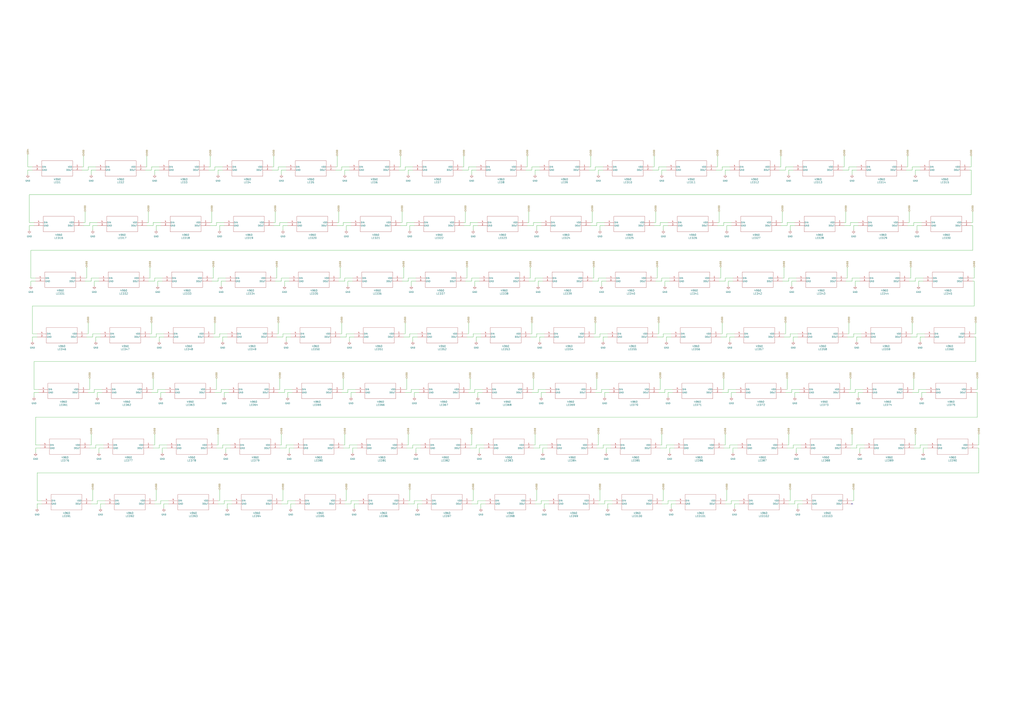
<source format=kicad_sch>
(kicad_sch (version 20231120) (generator "eeschema") (generator_version "8.0")
  (paper "A1")
  (title_block (date "2024-12-24") (rev "1.0"))
  (no_connect (at 699.77 414.02))
  (wire (pts (xy 755.65 139.7) (xy 751.84 139.7)))
  (wire (pts (xy 132.08 322.58) (xy 132.08 326.39)))
  (wire (pts (xy 645.16 274.32) (xy 643.89 274.32)))
  (wire (pts (xy 175.26 228.6) (xy 173.99 228.6)))
  (wire (pts (xy 709.93 368.3) (xy 706.12 368.3)))
  (wire (pts (xy 593.09 274.32) (xy 591.82 274.32)))
  (wire (pts (xy 647.7 356.87) (xy 647.7 365.76)))
  (wire (pts (xy 287.02 368.3) (xy 287.02 365.76)))
  (wire (pts (xy 276.86 137.16) (xy 275.59 137.16)))
  (wire (pts (xy 651.51 368.3) (xy 651.51 365.76)))
  (wire (pts (xy 440.69 185.42) (xy 440.69 189.23)))
  (wire (pts (xy 541.02 265.43) (xy 541.02 274.32)))
  (wire (pts (xy 749.3 274.32) (xy 748.03 274.32)))
  (wire (pts (xy 760.73 322.58) (xy 756.92 322.58)))
  (wire (pts (xy 490.22 320.04) (xy 488.95 320.04)))
  (wire (pts (xy 756.92 322.58) (xy 756.92 326.39)))
  (wire (pts (xy 434.34 231.14) (xy 439.42 231.14)))
  (wire (pts (xy 750.57 185.42) (xy 750.57 182.88)))
  (wire (pts (xy 751.84 139.7) (xy 751.84 143.51)))
  (wire (pts (xy 330.2 173.99) (xy 330.2 182.88)))
  (wire (pts (xy 547.37 365.76) (xy 553.72 365.76)))
  (wire (pts (xy 281.94 311.15) (xy 281.94 320.04)))
  (wire (pts (xy 600.71 322.58) (xy 600.71 326.39)))
  (wire (pts (xy 659.13 414.02) (xy 655.32 414.02)))
  (wire (pts (xy 541.02 139.7) (xy 541.02 137.16)))
  (wire (pts (xy 595.63 356.87) (xy 595.63 365.76)))
  (wire (pts (xy 228.6 139.7) (xy 228.6 137.16)))
  (wire (pts (xy 229.87 311.15) (xy 229.87 320.04)))
  (wire (pts (xy 488.95 265.43) (xy 488.95 274.32)))
  (wire (pts (xy 281.94 185.42) (xy 281.94 182.88)))
  (wire (pts (xy 707.39 276.86) (xy 703.58 276.86)))
  (wire (pts (xy 81.28 231.14) (xy 77.47 231.14)))
  (wire (pts (xy 762 368.3) (xy 758.19 368.3)))
  (wire (pts (xy 287.02 276.86) (xy 287.02 280.67)))
  (wire (pts (xy 223.52 139.7) (xy 228.6 139.7)))
  (wire (pts (xy 25.4 228.6) (xy 25.4 205.74)))
  (wire (pts (xy 647.7 228.6) (xy 654.05 228.6)))
  (wire (pts (xy 543.56 228.6) (xy 549.91 228.6)))
  (wire (pts (xy 751.84 228.6) (xy 758.19 228.6)))
  (wire (pts (xy 80.01 185.42) (xy 76.2 185.42)))
  (wire (pts (xy 593.09 139.7) (xy 593.09 137.16)))
  (wire (pts (xy 755.65 368.3) (xy 755.65 365.76)))
  (wire (pts (xy 439.42 139.7) (xy 439.42 143.51)))
  (wire (pts (xy 26.67 274.32) (xy 26.67 251.46)))
  (wire (pts (xy 180.34 276.86) (xy 180.34 274.32)))
  (wire (pts (xy 71.12 276.86) (xy 76.2 276.86)))
  (wire (pts (xy 182.88 139.7) (xy 179.07 139.7)))
  (wire (pts (xy 488.95 274.32) (xy 487.68 274.32)))
  (wire (pts (xy 543.56 139.7) (xy 543.56 143.51)))
  (wire (pts (xy 539.75 219.71) (xy 539.75 228.6)))
  (wire (pts (xy 177.8 311.15) (xy 177.8 320.04)))
  (wire (pts (xy 746.76 182.88) (xy 745.49 182.88)))
  (wire (pts (xy 181.61 320.04) (xy 187.96 320.04)))
  (wire (pts (xy 175.26 276.86) (xy 180.34 276.86)))
  (wire (pts (xy 336.55 402.59) (xy 336.55 411.48)))
  (wire (pts (xy 750.57 368.3) (xy 755.65 368.3)))
  (wire (pts (xy 176.53 137.16) (xy 182.88 137.16)))
  (wire (pts (xy 332.74 137.16) (xy 339.09 137.16)))
  (wire (pts (xy 595.63 414.02) (xy 600.71 414.02)))
  (wire (pts (xy 284.48 276.86) (xy 284.48 274.32)))
  (wire (pts (xy 589.28 185.42) (xy 594.36 185.42)))
  (wire (pts (xy 27.94 185.42) (xy 24.13 185.42)))
  (wire (pts (xy 651.51 276.86) (xy 651.51 280.67)))
  (wire (pts (xy 284.48 411.48) (xy 283.21 411.48)))
  (wire (pts (xy 701.04 402.59) (xy 701.04 411.48)))
  (wire (pts (xy 187.96 322.58) (xy 184.15 322.58)))
  (wire (pts (xy 379.73 139.7) (xy 384.81 139.7)))
  (wire (pts (xy 751.84 356.87) (xy 751.84 365.76)))
  (wire (pts (xy 697.23 322.58) (xy 702.31 322.58)))
  (wire (pts (xy 127 414.02) (xy 132.08 414.02)))
  (wire (pts (xy 30.48 276.86) (xy 26.67 276.86)))
  (wire (pts (xy 496.57 185.42) (xy 492.76 185.42)))
  (wire (pts (xy 588.01 139.7) (xy 593.09 139.7)))
  (wire (pts (xy 229.87 320.04) (xy 228.6 320.04)))
  (wire (pts (xy 645.16 139.7) (xy 645.16 137.16)))
  (wire (pts (xy 176.53 265.43) (xy 176.53 274.32)))
  (wire (pts (xy 29.21 365.76) (xy 29.21 342.9)))
  (wire (pts (xy 440.69 402.59) (xy 440.69 411.48)))
  (wire (pts (xy 704.85 322.58) (xy 704.85 326.39)))
  (wire (pts (xy 82.55 276.86) (xy 78.74 276.86)))
  (wire (pts (xy 331.47 219.71) (xy 331.47 228.6)))
  (wire (pts (xy 749.3 137.16) (xy 755.65 137.16)))
  (wire (pts (xy 180.34 274.32) (xy 186.69 274.32)))
  (wire (pts (xy 30.48 411.48) (xy 30.48 388.62)))
  (wire (pts (xy 646.43 185.42) (xy 646.43 182.88)))
  (wire (pts (xy 339.09 368.3) (xy 339.09 365.76)))
  (wire (pts (xy 596.9 274.32) (xy 603.25 274.32)))
  (wire (pts (xy 438.15 185.42) (xy 438.15 182.88)))
  (wire (pts (xy 693.42 185.42) (xy 698.5 185.42)))
  (wire (pts (xy 438.15 368.3) (xy 443.23 368.3)))
  (wire (pts (xy 335.28 228.6) (xy 341.63 228.6)))
  (wire (pts (xy 748.03 219.71) (xy 748.03 228.6)))
  (wire (pts (xy 29.21 342.9) (xy 802.64 342.9)))
  (wire (pts (xy 339.09 276.86) (xy 339.09 280.67)))
  (wire (pts (xy 130.81 139.7) (xy 127 139.7)))
  (wire (pts (xy 232.41 402.59) (xy 232.41 411.48)))
  (wire (pts (xy 436.88 322.58) (xy 441.96 322.58)))
  (wire (pts (xy 492.76 185.42) (xy 492.76 189.23)))
  (wire (pts (xy 537.21 137.16) (xy 535.94 137.16)))
  (wire (pts (xy 598.17 322.58) (xy 598.17 320.04)))
  (wire (pts (xy 278.13 182.88) (xy 276.86 182.88)))
  (wire (pts (xy 444.5 322.58) (xy 444.5 326.39)))
  (wire (pts (xy 699.77 231.14) (xy 699.77 228.6)))
  (wire (pts (xy 72.39 139.7) (xy 72.39 137.16)))
  (wire (pts (xy 590.55 173.99) (xy 590.55 182.88)))
  (wire (pts (xy 30.48 388.62) (xy 803.91 388.62)))
  (wire (pts (xy 798.83 182.88) (xy 797.56 182.88)))
  (wire (pts (xy 697.23 137.16) (xy 703.58 137.16)))
  (wire (pts (xy 699.77 356.87) (xy 699.77 365.76)))
  (wire (pts (xy 125.73 185.42) (xy 125.73 182.88)))
  (wire (pts (xy 439.42 356.87) (xy 439.42 365.76)))
  (wire (pts (xy 443.23 365.76) (xy 449.58 365.76)))
  (wire (pts (xy 492.76 411.48) (xy 491.49 411.48)))
  (wire (pts (xy 641.35 128.27) (xy 641.35 137.16)))
  (wire (pts (xy 745.49 137.16) (xy 744.22 137.16)))
  (wire (pts (xy 440.69 274.32) (xy 447.04 274.32)))
  (wire (pts (xy 336.55 185.42) (xy 336.55 189.23)))
  (wire (pts (xy 334.01 185.42) (xy 334.01 182.88)))
  (wire (pts (xy 439.42 414.02) (xy 444.5 414.02)))
  (wire (pts (xy 750.57 311.15) (xy 750.57 320.04)))
  (wire (pts (xy 383.54 228.6) (xy 382.27 228.6)))
  (wire (pts (xy 434.34 182.88) (xy 433.07 182.88)))
  (wire (pts (xy 224.79 137.16) (xy 223.52 137.16)))
  (wire (pts (xy 334.01 368.3) (xy 339.09 368.3)))
  (wire (pts (xy 595.63 228.6) (xy 601.98 228.6)))
  (wire (pts (xy 381 128.27) (xy 381 137.16)))
  (wire (pts (xy 236.22 322.58) (xy 236.22 326.39)))
  (wire (pts (xy 754.38 322.58) (xy 754.38 320.04)))
  (wire (pts (xy 697.23 274.32) (xy 695.96 274.32)))
  (wire (pts (xy 655.32 414.02) (xy 655.32 417.83)))
  (wire (pts (xy 699.77 228.6) (xy 706.12 228.6)))
  (wire (pts (xy 176.53 274.32) (xy 175.26 274.32)))
  (wire (pts (xy 593.09 137.16) (xy 599.44 137.16)))
  (wire (pts (xy 802.64 322.58) (xy 801.37 322.58)))
  (wire (pts (xy 594.36 185.42) (xy 594.36 182.88)))
  (wire (pts (xy 186.69 414.02) (xy 186.69 417.83)))
  (wire (pts (xy 384.81 137.16) (xy 391.16 137.16)))
  (wire (pts (xy 543.56 414.02) (xy 548.64 414.02)))
  (wire (pts (xy 694.69 182.88) (xy 693.42 182.88)))
  (wire (pts (xy 702.31 322.58) (xy 702.31 320.04)))
  (wire (pts (xy 334.01 320.04) (xy 332.74 320.04)))
  (wire (pts (xy 186.69 276.86) (xy 182.88 276.86)))
  (wire (pts (xy 278.13 173.99) (xy 278.13 182.88)))
  (wire (pts (xy 335.28 365.76) (xy 334.01 365.76)))
  (wire (pts (xy 76.2 276.86) (xy 76.2 274.32)))
  (wire (pts (xy 697.23 139.7) (xy 697.23 137.16)))
  (wire (pts (xy 78.74 276.86) (xy 78.74 280.67)))
  (wire (pts (xy 800.1 219.71) (xy 800.1 228.6)))
  (wire (pts (xy 285.75 231.14) (xy 285.75 234.95)))
  (wire (pts (xy 123.19 228.6) (xy 121.92 228.6)))
  (wire (pts (xy 499.11 414.02) (xy 499.11 417.83)))
  (wire (pts (xy 132.08 414.02) (xy 132.08 411.48)))
  (wire (pts (xy 27.94 320.04) (xy 27.94 297.18)))
  (wire (pts (xy 486.41 182.88) (xy 485.14 182.88)))
  (wire (pts (xy 335.28 231.14) (xy 335.28 228.6)))
  (wire (pts (xy 748.03 228.6) (xy 746.76 228.6)))
  (wire (pts (xy 341.63 368.3) (xy 341.63 372.11)))
  (wire (pts (xy 652.78 411.48) (xy 659.13 411.48)))
  (wire (pts (xy 487.68 219.71) (xy 487.68 228.6)))
  (wire (pts (xy 654.05 368.3) (xy 654.05 372.11)))
  (wire (pts (xy 124.46 139.7) (xy 124.46 137.16)))
  (wire (pts (xy 491.49 231.14) (xy 491.49 228.6)))
  (wire (pts (xy 34.29 414.02) (xy 30.48 414.02)))
  (wire (pts (xy 184.15 411.48) (xy 190.5 411.48)))
  (wire (pts (xy 703.58 139.7) (xy 699.77 139.7)))
  (wire (pts (xy 701.04 411.48) (xy 699.77 411.48)))
  (wire (pts (xy 646.43 182.88) (xy 652.78 182.88)))
  (wire (pts (xy 241.3 368.3) (xy 237.49 368.3)))
  (wire (pts (xy 80.01 411.48) (xy 86.36 411.48)))
  (wire (pts (xy 443.23 368.3) (xy 443.23 365.76)))
  (wire (pts (xy 643.89 219.71) (xy 643.89 228.6)))
  (wire (pts (xy 433.07 137.16) (xy 431.8 137.16)))
  (wire (pts (xy 240.03 322.58) (xy 236.22 322.58)))
  (wire (pts (xy 483.87 139.7) (xy 488.95 139.7)))
  (wire (pts (xy 281.94 320.04) (xy 280.67 320.04)))
  (wire (pts (xy 706.12 368.3) (xy 706.12 372.11)))
  (wire (pts (xy 699.77 365.76) (xy 698.5 365.76)))
  (wire (pts (xy 120.65 185.42) (xy 125.73 185.42)))
  (wire (pts (xy 753.11 274.32) (xy 759.46 274.32)))
  (wire (pts (xy 73.66 311.15) (xy 73.66 320.04)))
  (wire (pts (xy 596.9 185.42) (xy 596.9 189.23)))
  (wire (pts (xy 82.55 414.02) (xy 82.55 417.83)))
  (wire (pts (xy 594.36 311.15) (xy 594.36 320.04)))
  (wire (pts (xy 125.73 320.04) (xy 124.46 320.04)))
  (wire (pts (xy 237.49 368.3) (xy 237.49 372.11)))
  (wire (pts (xy 229.87 368.3) (xy 234.95 368.3)))
  (wire (pts (xy 179.07 365.76) (xy 177.8 365.76)))
  (wire (pts (xy 339.09 365.76) (xy 345.44 365.76)))
  (wire (pts (xy 129.54 231.14) (xy 129.54 234.95)))
  (wire (pts (xy 335.28 139.7) (xy 335.28 143.51)))
  (wire (pts (xy 650.24 320.04) (xy 656.59 320.04)))
  (wire (pts (xy 130.81 365.76) (xy 137.16 365.76)))
  (wire (pts (xy 289.56 368.3) (xy 289.56 372.11)))
  (wire (pts (xy 392.43 414.02) (xy 392.43 411.48)))
  (wire (pts (xy 78.74 368.3) (xy 78.74 365.76)))
  (wire (pts (xy 227.33 276.86) (xy 232.41 276.86)))
  (wire (pts (xy 120.65 137.16) (xy 119.38 137.16)))
  (wire (pts (xy 589.28 137.16) (xy 588.01 137.16)))
  (wire (pts (xy 591.82 276.86) (xy 596.9 276.86)))
  (wire (pts (xy 34.29 411.48) (xy 30.48 411.48)))
  (wire (pts (xy 340.36 185.42) (xy 336.55 185.42)))
  (wire (pts (xy 226.06 231.14) (xy 231.14 231.14)))
  (wire (pts (xy 72.39 137.16) (xy 78.74 137.16)))
  (wire (pts (xy 133.35 368.3) (xy 133.35 372.11)))
  (wire (pts (xy 127 228.6) (xy 133.35 228.6)))
  (wire (pts (xy 441.96 322.58) (xy 441.96 320.04)))
  (wire (pts (xy 494.03 322.58) (xy 494.03 320.04)))
  (wire (pts (xy 657.86 368.3) (xy 654.05 368.3)))
  (wire (pts (xy 594.36 182.88) (xy 600.71 182.88)))
  (wire (pts (xy 342.9 276.86) (xy 339.09 276.86)))
  (wire (pts (xy 444.5 185.42) (xy 440.69 185.42)))
  (wire (pts (xy 278.13 231.14) (xy 283.21 231.14)))
  (wire (pts (xy 78.74 365.76) (xy 85.09 365.76)))
  (wire (pts (xy 544.83 402.59) (xy 544.83 411.48)))
  (wire (pts (xy 279.4 219.71) (xy 279.4 228.6)))
  (wire (pts (xy 435.61 219.71) (xy 435.61 228.6)))
  (wire (pts (xy 224.79 128.27) (xy 224.79 137.16)))
  (wire (pts (xy 698.5 320.04) (xy 697.23 320.04)))
  (wire (pts (xy 227.33 228.6) (xy 226.06 228.6)))
  (wire (pts (xy 445.77 368.3) (xy 445.77 372.11)))
  (wire (pts (xy 431.8 139.7) (xy 436.88 139.7)))
  (wire (pts (xy 492.76 276.86) (xy 492.76 274.32)))
  (wire (pts (xy 328.93 185.42) (xy 334.01 185.42)))
  (wire (pts (xy 591.82 219.71) (xy 591.82 228.6)))
  (wire (pts (xy 749.3 322.58) (xy 754.38 322.58)))
  (wire (pts (xy 502.92 414.02) (xy 499.11 414.02)))
  (wire (pts (xy 281.94 182.88) (xy 288.29 182.88)))
  (wire (pts (xy 134.62 276.86) (xy 130.81 276.86)))
  (wire (pts (xy 332.74 139.7) (xy 332.74 137.16)))
  (wire (pts (xy 393.7 368.3) (xy 393.7 372.11)))
  (wire (pts (xy 490.22 182.88) (xy 496.57 182.88)))
  (wire (pts (xy 234.95 139.7) (xy 231.14 139.7)))
  (wire (pts (xy 386.08 311.15) (xy 386.08 320.04)))
  (wire (pts (xy 496.57 322.58) (xy 496.57 326.39)))
  (wire (pts (xy 130.81 276.86) (xy 130.81 280.67)))
  (wire (pts (xy 490.22 368.3) (xy 495.3 368.3)))
  (wire (pts (xy 231.14 231.14) (xy 231.14 228.6)))
  (wire (pts (xy 280.67 139.7) (xy 280.67 137.16)))
  (wire (pts (xy 290.83 414.02) (xy 290.83 417.83)))
  (wire (pts (xy 85.09 368.3) (xy 81.28 368.3)))
  (wire (pts (xy 74.93 365.76) (xy 73.66 365.76)))
  (wire (pts (xy 73.66 368.3) (xy 78.74 368.3)))
  (wire (pts (xy 441.96 231.14) (xy 441.96 234.95)))
  (wire (pts (xy 487.68 228.6) (xy 486.41 228.6)))
  (wire (pts (xy 494.03 320.04) (xy 500.38 320.04)))
  (wire (pts (xy 345.44 368.3) (xy 341.63 368.3)))
  (wire (pts (xy 496.57 414.02) (xy 496.57 411.48)))
  (wire (pts (xy 337.82 320.04) (xy 344.17 320.04)))
  (wire (pts (xy 605.79 368.3) (xy 601.98 368.3)))
  (wire (pts (xy 485.14 128.27) (xy 485.14 137.16)))
  (wire (pts (xy 76.2 402.59) (xy 76.2 411.48)))
  (wire (pts (xy 450.85 414.02) (xy 447.04 414.02)))
  (wire (pts (xy 184.15 414.02) (xy 184.15 411.48)))
  (wire (pts (xy 701.04 185.42) (xy 701.04 189.23)))
  (wire (pts (xy 594.36 320.04) (xy 593.09 320.04)))
  (wire (pts (xy 495.3 365.76) (xy 501.65 365.76)))
  (wire (pts (xy 746.76 173.99) (xy 746.76 182.88)))
  (wire (pts (xy 749.3 265.43) (xy 749.3 274.32)))
  (wire (pts (xy 121.92 173.99) (xy 121.92 182.88)))
  (wire (pts (xy 335.28 356.87) (xy 335.28 365.76)))
  (wire (pts (xy 436.88 137.16) (xy 443.23 137.16)))
  (wire (pts (xy 173.99 231.14) (xy 179.07 231.14)))
  (wire (pts (xy 749.3 139.7) (xy 749.3 137.16)))
  (wire (pts (xy 642.62 182.88) (xy 641.35 182.88)))
  (wire (pts (xy 645.16 137.16) (xy 651.51 137.16)))
  (wire (pts (xy 121.92 182.88) (xy 120.65 182.88)))
  (wire (pts (xy 438.15 320.04) (xy 436.88 320.04)))
  (wire (pts (xy 336.55 411.48) (xy 335.28 411.48)))
  (wire (pts (xy 383.54 219.71) (xy 383.54 228.6)))
  (wire (pts (xy 643.89 276.86) (xy 648.97 276.86)))
  (wire (pts (xy 648.97 276.86) (xy 648.97 274.32)))
  (wire (pts (xy 134.62 414.02) (xy 134.62 417.83)))
  (wire (pts (xy 228.6 322.58) (xy 233.68 322.58)))
  (wire (pts (xy 647.7 414.02) (xy 652.78 414.02)))
  (wire (pts (xy 232.41 274.32) (xy 238.76 274.32)))
  (wire (pts (xy 71.12 219.71) (xy 71.12 228.6)))
  (wire (pts (xy 76.2 411.48) (xy 74.93 411.48)))
  (wire (pts (xy 127 356.87) (xy 127 365.76)))
  (wire (pts (xy 546.1 231.14) (xy 546.1 234.95)))
  (wire (pts (xy 693.42 128.27) (xy 693.42 137.16)))
  (wire (pts (xy 751.84 231.14) (xy 751.84 228.6)))
  (wire (pts (xy 229.87 182.88) (xy 236.22 182.88)))
  (wire (pts (xy 231.14 356.87) (xy 231.14 365.76)))
  (wire (pts (xy 648.97 411.48) (xy 647.7 411.48)))
  (wire (pts (xy 750.57 182.88) (xy 756.92 182.88)))
  (wire (pts (xy 642.62 231.14) (xy 647.7 231.14)))
  (wire (pts (xy 594.36 368.3) (xy 599.44 368.3)))
  (wire (pts (xy 340.36 414.02) (xy 340.36 411.48)))
  (wire (pts (xy 801.37 265.43) (xy 801.37 274.32)))
  (wire (pts (xy 596.9 276.86) (xy 596.9 274.32)))
  (wire (pts (xy 542.29 185.42) (xy 542.29 182.88)))
  (wire (pts (xy 389.89 320.04) (xy 396.24 320.04)))
  (wire (pts (xy 130.81 368.3) (xy 130.81 365.76)))
  (wire (pts (xy 177.8 368.3) (xy 182.88 368.3)))
  (wire (pts (xy 444.5 411.48) (xy 450.85 411.48)))
  (wire (pts (xy 330.2 231.14) (xy 335.28 231.14)))
  (wire (pts (xy 541.02 274.32) (xy 539.75 274.32)))
  (wire (pts (xy 488.95 322.58) (xy 494.03 322.58)))
  (wire (pts (xy 537.21 185.42) (xy 542.29 185.42)))
  (wire (pts (xy 292.1 322.58) (xy 288.29 322.58)))
  (wire (pts (xy 646.43 320.04) (xy 645.16 320.04)))
  (wire (pts (xy 328.93 137.16) (xy 327.66 137.16)))
  (wire (pts (xy 595.63 139.7) (xy 595.63 143.51)))
  (wire (pts (xy 179.07 139.7) (xy 179.07 143.51)))
  (wire (pts (xy 387.35 228.6) (xy 393.7 228.6)))
  (wire (pts (xy 491.49 139.7) (xy 491.49 143.51)))
  (wire (pts (xy 553.72 368.3) (xy 549.91 368.3)))
  (wire (pts (xy 283.21 356.87) (xy 283.21 365.76)))
  (wire (pts (xy 491.49 356.87) (xy 491.49 365.76)))
  (wire (pts (xy 652.78 322.58) (xy 652.78 326.39)))
  (wire (pts (xy 77.47 320.04) (xy 83.82 320.04)))
  (wire (pts (xy 650.24 322.58) (xy 650.24 320.04)))
  (wire (pts (xy 650.24 231.14) (xy 650.24 234.95)))
  (wire (pts (xy 748.03 276.86) (xy 753.11 276.86)))
  (wire (pts (xy 494.03 231.14) (xy 494.03 234.95)))
  (wire (pts (xy 387.35 414.02) (xy 392.43 414.02)))
  (wire (pts (xy 288.29 185.42) (xy 284.48 185.42)))
  (wire (pts (xy 74.93 356.87) (xy 74.93 365.76)))
  (wire (pts (xy 288.29 322.58) (xy 288.29 326.39)))
  (wire (pts (xy 284.48 402.59) (xy 284.48 411.48)))
  (wire (pts (xy 599.44 139.7) (xy 595.63 139.7)))
  (wire (pts (xy 595.63 231.14) (xy 595.63 228.6)))
  (wire (pts (xy 132.08 185.42) (xy 128.27 185.42)))
  (wire (pts (xy 598.17 231.14) (xy 598.17 234.95)))
  (wire (pts (xy 535.94 139.7) (xy 541.02 139.7)))
  (wire (pts (xy 698.5 185.42) (xy 698.5 182.88)))
  (wire (pts (xy 703.58 365.76) (xy 709.93 365.76)))
  (wire (pts (xy 391.16 365.76) (xy 397.51 365.76)))
  (wire (pts (xy 755.65 365.76) (xy 762 365.76)))
  (wire (pts (xy 543.56 365.76) (xy 542.29 365.76)))
  (wire (pts (xy 744.22 139.7) (xy 749.3 139.7)))
  (wire (pts (xy 543.56 231.14) (xy 543.56 228.6)))
  (wire (pts (xy 698.5 311.15) (xy 698.5 320.04)))
  (wire (pts (xy 190.5 414.02) (xy 186.69 414.02)))
  (wire (pts (xy 384.81 322.58) (xy 389.89 322.58)))
  (wire (pts (xy 654.05 231.14) (xy 650.24 231.14)))
  (wire (pts (xy 76.2 185.42) (xy 76.2 189.23)))
  (wire (pts (xy 287.02 139.7) (xy 283.21 139.7)))
  (wire (pts (xy 281.94 368.3) (xy 287.02 368.3)))
  (wire (pts (xy 485.14 185.42) (xy 490.22 185.42)))
  (wire (pts (xy 641.35 185.42) (xy 646.43 185.42)))
  (wire (pts (xy 138.43 414.02) (xy 134.62 414.02)))
  (wire (pts (xy 797.56 160.02) (xy 797.56 139.7)))
  (wire (pts (xy 280.67 265.43) (xy 280.67 274.32)))
  (wire (pts (xy 83.82 322.58) (xy 80.01 322.58)))
  (wire (pts (xy 332.74 265.43) (xy 332.74 274.32)))
  (wire (pts (xy 596.9 402.59) (xy 596.9 411.48)))
  (wire (pts (xy 655.32 276.86) (xy 651.51 276.86)))
  (wire (pts (xy 242.57 414.02) (xy 238.76 414.02)))
  (wire (pts (xy 180.34 411.48) (xy 179.07 411.48)))
  (wire (pts (xy 289.56 231.14) (xy 285.75 231.14)))
  (wire (pts (xy 492.76 402.59) (xy 492.76 411.48)))
  (wire (pts (xy 125.73 182.88) (xy 132.08 182.88)))
  (wire (pts (xy 447.04 414.02) (xy 447.04 417.83)))
  (wire (pts (xy 600.71 185.42) (xy 596.9 185.42)))
  (wire (pts (xy 487.68 276.86) (xy 492.76 276.86)))
  (wire (pts (xy 276.86 128.27) (xy 276.86 137.16)))
  (wire (pts (xy 759.46 276.86) (xy 755.65 276.86)))
  (wire (pts (xy 698.5 368.3) (xy 703.58 368.3)))
  (wire (pts (xy 491.49 414.02) (xy 496.57 414.02)))
  (wire (pts (xy 441.96 320.04) (xy 448.31 320.04)))
  (wire (pts (xy 652.78 414.02) (xy 652.78 411.48)))
  (wire (pts (xy 645.16 265.43) (xy 645.16 274.32)))
  (wire (pts (xy 238.76 414.02) (xy 238.76 417.83)))
  (wire (pts (xy 750.57 320.04) (xy 749.3 320.04)))
  (wire (pts (xy 444.5 414.02) (xy 444.5 411.48)))
  (wire (pts (xy 648.97 274.32) (xy 655.32 274.32)))
  (wire (pts (xy 692.15 139.7) (xy 697.23 139.7)))
  (wire (pts (xy 86.36 414.02) (xy 82.55 414.02)))
  (wire (pts (xy 123.19 219.71) (xy 123.19 228.6)))
  (wire (pts (xy 590.55 182.88) (xy 589.28 182.88)))
  (wire (pts (xy 129.54 320.04) (xy 135.89 320.04)))
  (wire (pts (xy 802.64 320.04) (xy 801.37 320.04)))
  (wire (pts (xy 439.42 365.76) (xy 438.15 365.76)))
  (wire (pts (xy 803.91 365.76) (xy 802.64 365.76)))
  (wire (pts (xy 648.97 402.59) (xy 648.97 411.48)))
  (wire (pts (xy 701.04 276.86) (xy 701.04 274.32)))
  (wire (pts (xy 280.67 322.58) (xy 285.75 322.58)))
  (wire (pts (xy 184.15 322.58) (xy 184.15 326.39)))
  (wire (pts (xy 589.28 128.27) (xy 589.28 137.16)))
  (wire (pts (xy 440.69 411.48) (xy 439.42 411.48)))
  (wire (pts (xy 641.35 137.16) (xy 640.08 137.16)))
  (wire (pts (xy 745.49 185.42) (xy 750.57 185.42)))
  (wire (pts (xy 758.19 231.14) (xy 754.38 231.14)))
  (wire (pts (xy 346.71 414.02) (xy 342.9 414.02)))
  (wire (pts (xy 486.41 231.14) (xy 491.49 231.14)))
  (wire (pts (xy 73.66 185.42) (xy 73.66 182.88)))
  (wire (pts (xy 439.42 228.6) (xy 445.77 228.6)))
  (wire (pts (xy 172.72 128.27) (xy 172.72 137.16)))
  (wire (pts (xy 177.8 185.42) (xy 177.8 182.88)))
  (wire (pts (xy 389.89 231.14) (xy 389.89 234.95)))
  (wire (pts (xy 177.8 320.04) (xy 176.53 320.04)))
  (wire (pts (xy 226.06 182.88) (xy 224.79 182.88)))
  (wire (pts (xy 551.18 276.86) (xy 547.37 276.86)))
  (wire (pts (xy 179.07 228.6) (xy 185.42 228.6)))
  (wire (pts (xy 386.08 185.42) (xy 386.08 182.88)))
  (wire (pts (xy 542.29 182.88) (xy 548.64 182.88)))
  (wire (pts (xy 69.85 173.99) (xy 69.85 182.88)))
  (wire (pts (xy 285.75 320.04) (xy 292.1 320.04)))
  (wire (pts (xy 645.16 322.58) (xy 650.24 322.58)))
  (wire (pts (xy 337.82 231.14) (xy 337.82 234.95)))
  (wire (pts (xy 388.62 185.42) (xy 388.62 189.23)))
  (wire (pts (xy 798.83 205.74) (xy 798.83 185.42)))
  (wire (pts (xy 334.01 182.88) (xy 340.36 182.88)))
  (wire (pts (xy 69.85 231.14) (xy 74.93 231.14)))
  (wire (pts (xy 703.58 368.3) (xy 703.58 365.76)))
  (wire (pts (xy 341.63 231.14) (xy 337.82 231.14)))
  (wire (pts (xy 802.64 342.9) (xy 802.64 322.58)))
  (wire (pts (xy 486.41 173.99) (xy 486.41 182.88)))
  (wire (pts (xy 336.55 274.32) (xy 342.9 274.32)))
  (wire (pts (xy 81.28 368.3) (xy 81.28 372.11)))
  (wire (pts (xy 491.49 365.76) (xy 490.22 365.76)))
  (wire (pts (xy 383.54 276.86) (xy 388.62 276.86)))
  (wire (pts (xy 125.73 368.3) (xy 130.81 368.3)))
  (wire (pts (xy 331.47 228.6) (xy 330.2 228.6)))
  (wire (pts (xy 283.21 365.76) (xy 281.94 365.76)))
  (wire (pts (xy 436.88 274.32) (xy 435.61 274.32)))
  (wire (pts (xy 391.16 276.86) (xy 391.16 280.67)))
  (wire (pts (xy 29.21 231.14) (xy 25.4 231.14)))
  (wire (pts (xy 334.01 311.15) (xy 334.01 320.04)))
  (wire (pts (xy 753.11 185.42) (xy 753.11 189.23)))
  (wire (pts (xy 435.61 228.6) (xy 434.34 228.6)))
  (wire (pts (xy 593.09 322.58) (xy 598.17 322.58)))
  (wire (pts (xy 546.1 322.58) (xy 546.1 320.04)))
  (wire (pts (xy 229.87 185.42) (xy 229.87 182.88)))
  (wire (pts (xy 443.23 139.7) (xy 439.42 139.7)))
  (wire (pts (xy 590.55 231.14) (xy 595.63 231.14)))
  (wire (pts (xy 702.31 320.04) (xy 708.66 320.04)))
  (wire (pts (xy 33.02 365.76) (xy 29.21 365.76)))
  (wire (pts (xy 596.9 411.48) (xy 595.63 411.48)))
  (wire (pts (xy 234.95 365.76) (xy 241.3 365.76)))
  (wire (pts (xy 133.35 231.14) (xy 129.54 231.14)))
  (wire (pts (xy 331.47 276.86) (xy 336.55 276.86)))
  (wire (pts (xy 279.4 228.6) (xy 278.13 228.6)))
  (wire (pts (xy 803.91 388.62) (xy 803.91 368.3)))
  (wire (pts (xy 388.62 274.32) (xy 394.97 274.32)))
  (wire (pts (xy 547.37 276.86) (xy 547.37 280.67)))
  (wire (pts (xy 698.5 182.88) (xy 704.85 182.88)))
  (wire (pts (xy 26.67 251.46) (xy 800.1 251.46)))
  (wire (pts (xy 754.38 320.04) (xy 760.73 320.04)))
  (wire (pts (xy 135.89 322.58) (xy 132.08 322.58)))
  (wire (pts (xy 337.82 322.58) (xy 337.82 320.04)))
  (wire (pts (xy 68.58 137.16) (xy 67.31 137.16)))
  (wire (pts (xy 548.64 185.42) (xy 544.83 185.42)))
  (wire (pts (xy 648.97 185.42) (xy 648.97 189.23)))
  (wire (pts (xy 22.86 137.16) (xy 26.67 137.16)))
  (wire (pts (xy 285.75 322.58) (xy 285.75 320.04)))
  (wire (pts (xy 801.37 297.18) (xy 801.37 276.86)))
  (wire (pts (xy 279.4 276.86) (xy 284.48 276.86)))
  (wire (pts (xy 280.67 137.16) (xy 287.02 137.16)))
  (wire (pts (xy 695.96 219.71) (xy 695.96 228.6)))
  (wire (pts (xy 384.81 274.32) (xy 383.54 274.32)))
  (wire (pts (xy 184.15 185.42) (xy 180.34 185.42)))
  (wire (pts (xy 31.75 320.04) (xy 27.94 320.04)))
  (wire (pts (xy 701.04 274.32) (xy 707.39 274.32)))
  (wire (pts (xy 228.6 137.16) (xy 234.95 137.16)))
  (wire (pts (xy 392.43 411.48) (xy 398.78 411.48)))
  (wire (pts (xy 231.14 414.02) (xy 236.22 414.02)))
  (wire (pts (xy 492.76 274.32) (xy 499.11 274.32)))
  (wire (pts (xy 753.11 276.86) (xy 753.11 274.32)))
  (wire (pts (xy 546.1 320.04) (xy 552.45 320.04)))
  (wire (pts (xy 756.92 185.42) (xy 753.11 185.42)))
  (wire (pts (xy 124.46 137.16) (xy 130.81 137.16)))
  (wire (pts (xy 798.83 185.42) (xy 797.56 185.42)))
  (wire (pts (xy 74.93 139.7) (xy 74.93 143.51)))
  (wire (pts (xy 706.12 231.14) (xy 702.31 231.14)))
  (wire (pts (xy 176.53 139.7) (xy 176.53 137.16)))
  (wire (pts (xy 179.07 231.14) (xy 179.07 228.6)))
  (wire (pts (xy 539.75 228.6) (xy 538.48 228.6)))
  (wire (pts (xy 542.29 368.3) (xy 547.37 368.3)))
  (wire (pts (xy 288.29 414.02) (xy 288.29 411.48)))
  (wire (pts (xy 646.43 311.15) (xy 646.43 320.04)))
  (wire (pts (xy 754.38 231.14) (xy 754.38 234.95)))
  (wire (pts (xy 755.65 276.86) (xy 755.65 280.67)))
  (wire (pts (xy 80.01 414.02) (xy 80.01 411.48)))
  (wire (pts (xy 542.29 320.04) (xy 541.02 320.04)))
  (wire (pts (xy 127 139.7) (xy 127 143.51)))
  (wire (pts (xy 552.45 322.58) (xy 548.64 322.58)))
  (wire (pts (xy 77.47 322.58) (xy 77.47 320.04)))
  (wire (pts (xy 746.76 231.14) (xy 751.84 231.14)))
  (wire (pts (xy 185.42 231.14) (xy 181.61 231.14)))
  (wire (pts (xy 651.51 139.7) (xy 647.7 139.7)))
  (wire (pts (xy 339.09 139.7) (xy 335.28 139.7)))
  (wire (pts (xy 233.68 231.14) (xy 233.68 234.95)))
  (wire (pts (xy 284.48 185.42) (xy 284.48 189.23)))
  (wire (pts (xy 800.1 231.14) (xy 798.83 231.14)))
  (wire (pts (xy 68.58 128.27) (xy 68.58 137.16)))
  (wire (pts (xy 387.35 139.7) (xy 387.35 143.51)))
  (wire (pts (xy 232.41 276.86) (xy 232.41 274.32)))
  (wire (pts (xy 797.56 128.27) (xy 797.56 137.16)))
  (wire (pts (xy 647.7 365.76) (xy 646.43 365.76)))
  (wire (pts (xy 124.46 265.43) (xy 124.46 274.32)))
  (wire (pts (xy 434.34 173.99) (xy 434.34 182.88)))
  (wire (pts (xy 119.38 139.7) (xy 124.46 139.7)))
  (wire (pts (xy 236.22 185.42) (xy 232.41 185.42)))
  (wire (pts (xy 69.85 182.88) (xy 68.58 182.88)))
  (wire (pts (xy 238.76 276.86) (xy 234.95 276.86)))
  (wire (pts (xy 129.54 322.58) (xy 129.54 320.04)))
  (wire (pts (xy 381 185.42) (xy 386.08 185.42)))
  (wire (pts (xy 800.1 251.46) (xy 800.1 231.14)))
  (wire (pts (xy 293.37 368.3) (xy 289.56 368.3)))
  (wire (pts (xy 488.95 137.16) (xy 495.3 137.16)))
  (wire (pts (xy 24.13 182.88) (xy 24.13 160.02)))
  (wire (pts (xy 440.69 276.86) (xy 440.69 274.32)))
  (wire (pts (xy 595.63 365.76) (xy 594.36 365.76)))
  (wire (pts (xy 488.95 139.7) (xy 488.95 137.16)))
  (wire (pts (xy 601.98 368.3) (xy 601.98 372.11)))
  (wire (pts (xy 27.94 322.58) (xy 27.94 326.39)))
  (wire (pts (xy 548.64 322.58) (xy 548.64 326.39)))
  (wire (pts (xy 603.25 414.02) (xy 603.25 417.83)))
  (wire (pts (xy 694.69 231.14) (xy 699.77 231.14)))
  (wire (pts (xy 24.13 185.42) (xy 24.13 189.23)))
  (wire (pts (xy 224.79 185.42) (xy 229.87 185.42)))
  (wire (pts (xy 231.14 228.6) (xy 237.49 228.6)))
  (wire (pts (xy 237.49 231.14) (xy 233.68 231.14)))
  (wire (pts (xy 554.99 414.02) (xy 551.18 414.02)))
  (wire (pts (xy 231.14 139.7) (xy 231.14 143.51)))
  (wire (pts (xy 74.93 414.02) (xy 80.01 414.02)))
  (wire (pts (xy 27.94 297.18) (xy 801.37 297.18)))
  (wire (pts (xy 73.66 182.88) (xy 80.01 182.88)))
  (wire (pts (xy 74.93 228.6) (xy 81.28 228.6)))
  (wire (pts (xy 448.31 322.58) (xy 444.5 322.58)))
  (wire (pts (xy 78.74 139.7) (xy 74.93 139.7)))
  (wire (pts (xy 137.16 368.3) (xy 133.35 368.3)))
  (wire (pts (xy 72.39 274.32) (xy 71.12 274.32)))
  (wire (pts (xy 124.46 322.58) (xy 129.54 322.58)))
  (wire (pts (xy 797.56 137.16) (xy 796.29 137.16)))
  (wire (pts (xy 551.18 414.02) (xy 551.18 417.83)))
  (wire (pts (xy 604.52 322.58) (xy 600.71 322.58)))
  (wire (pts (xy 447.04 276.86) (xy 443.23 276.86)))
  (wire (pts (xy 175.26 219.71) (xy 175.26 228.6)))
  (wire (pts (xy 233.68 320.04) (xy 240.03 320.04)))
  (wire (pts (xy 173.99 173.99) (xy 173.99 182.88)))
  (wire (pts (xy 228.6 274.32) (xy 227.33 274.32)))
  (wire (pts (xy 394.97 276.86) (xy 391.16 276.86)))
  (wire (pts (xy 340.36 411.48) (xy 346.71 411.48)))
  (wire (pts (xy 544.83 274.32) (xy 551.18 274.32)))
  (wire (pts (xy 801.37 274.32) (xy 800.1 274.32)))
  (wire (pts (xy 697.23 265.43) (xy 697.23 274.32)))
  (wire (pts (xy 547.37 368.3) (xy 547.37 365.76)))
  (wire (pts (xy 232.41 185.42) (xy 232.41 189.23)))
  (wire (pts (xy 607.06 414.02) (xy 603.25 414.02)))
  (wire (pts (xy 436.88 139.7) (xy 436.88 137.16)))
  (wire (pts (xy 232.41 411.48) (xy 231.14 411.48)))
  (wire (pts (xy 172.72 137.16) (xy 171.45 137.16)))
  (wire (pts (xy 33.02 368.3) (xy 29.21 368.3)))
  (wire (pts (xy 25.4 231.14) (xy 25.4 234.95)))
  (wire (pts (xy 485.14 137.16) (xy 483.87 137.16)))
  (wire (pts (xy 438.15 311.15) (xy 438.15 320.04)))
  (wire (pts (xy 537.21 128.27) (xy 537.21 137.16)))
  (wire (pts (xy 542.29 311.15) (xy 542.29 320.04)))
  (wire (pts (xy 382.27 173.99) (xy 382.27 182.88)))
  (wire (pts (xy 335.28 414.02) (xy 340.36 414.02)))
  (wire (pts (xy 344.17 322.58) (xy 340.36 322.58)))
  (wire (pts (xy 495.3 139.7) (xy 491.49 139.7)))
  (wire (pts (xy 497.84 368.3) (xy 497.84 372.11)))
  (wire (pts (xy 599.44 368.3) (xy 599.44 365.76)))
  (wire (pts (xy 651.51 365.76) (xy 657.86 365.76)))
  (wire (pts (xy 283.21 231.14) (xy 283.21 228.6)))
  (wire (pts (xy 275.59 139.7) (xy 280.67 139.7)))
  (wire (pts (xy 646.43 368.3) (xy 651.51 368.3)))
  (wire (pts (xy 490.22 185.42) (xy 490.22 182.88)))
  (wire (pts (xy 185.42 368.3) (xy 185.42 372.11)))
  (wire (pts (xy 72.39 322.58) (xy 77.47 322.58)))
  (wire (pts (xy 599.44 365.76) (xy 605.79 365.76)))
  (wire (pts (xy 80.01 322.58) (xy 80.01 326.39)))
  (wire (pts (xy 386.08 320.04) (xy 384.81 320.04)))
  (wire (pts (xy 388.62 276.86) (xy 388.62 274.32)))
  (wire (pts (xy 600.71 414.02) (xy 600.71 411.48)))
  (wire (pts (xy 124.46 274.32) (xy 123.19 274.32)))
  (wire (pts (xy 544.83 185.42) (xy 544.83 189.23)))
  (wire (pts (xy 22.86 127) (xy 22.86 137.16)))
  (wire (pts (xy 77.47 231.14) (xy 77.47 234.95)))
  (wire (pts (xy 283.21 139.7) (xy 283.21 143.51)))
  (wire (pts (xy 499.11 276.86) (xy 495.3 276.86)))
  (wire (pts (xy 276.86 185.42) (xy 281.94 185.42)))
  (wire (pts (xy 439.42 231.14) (xy 439.42 228.6)))
  (wire (pts (xy 433.07 128.27) (xy 433.07 137.16)))
  (wire (pts (xy 290.83 276.86) (xy 287.02 276.86)))
  (wire (pts (xy 231.14 365.76) (xy 229.87 365.76)))
  (wire (pts (xy 22.86 139.7) (xy 22.86 143.51)))
  (wire (pts (xy 125.73 311.15) (xy 125.73 320.04)))
  (wire (pts (xy 695.96 276.86) (xy 701.04 276.86)))
  (wire (pts (xy 501.65 368.3) (xy 497.84 368.3)))
  (wire (pts (xy 386.08 182.88) (xy 392.43 182.88)))
  (wire (pts (xy 74.93 231.14) (xy 74.93 228.6)))
  (wire (pts (xy 702.31 231.14) (xy 702.31 234.95)))
  (wire (pts (xy 797.56 139.7) (xy 796.29 139.7)))
  (wire (pts (xy 336.55 276.86) (xy 336.55 274.32)))
  (wire (pts (xy 391.16 139.7) (xy 387.35 139.7)))
  (wire (pts (xy 538.48 182.88) (xy 537.21 182.88)))
  (wire (pts (xy 652.78 185.42) (xy 648.97 185.42)))
  (wire (pts (xy 798.83 173.99) (xy 798.83 182.88)))
  (wire (pts (xy 539.75 276.86) (xy 544.83 276.86)))
  (wire (pts (xy 699.77 139.7) (xy 699.77 143.51)))
  (wire (pts (xy 392.43 322.58) (xy 392.43 326.39)))
  (wire (pts (xy 30.48 414.02) (xy 30.48 417.83)))
  (wire (pts (xy 173.99 182.88) (xy 172.72 182.88)))
  (wire (pts (xy 340.36 322.58) (xy 340.36 326.39)))
  (wire (pts (xy 549.91 231.14) (xy 546.1 231.14)))
  (wire (pts (xy 280.67 274.32) (xy 279.4 274.32)))
  (wire (pts (xy 591.82 228.6) (xy 590.55 228.6)))
  (wire (pts (xy 708.66 322.58) (xy 704.85 322.58)))
  (wire (pts (xy 67.31 139.7) (xy 72.39 139.7)))
  (wire (pts (xy 123.19 276.86) (xy 128.27 276.86)))
  (wire (pts (xy 328.93 128.27) (xy 328.93 137.16)))
  (wire (pts (xy 283.21 414.02) (xy 288.29 414.02)))
  (wire (pts (xy 283.21 228.6) (xy 289.56 228.6)))
  (wire (pts (xy 342.9 414.02) (xy 342.9 417.83)))
  (wire (pts (xy 172.72 185.42) (xy 177.8 185.42)))
  (wire (pts (xy 391.16 368.3) (xy 391.16 365.76)))
  (wire (pts (xy 128.27 185.42) (xy 128.27 189.23)))
  (wire (pts (xy 332.74 322.58) (xy 337.82 322.58)))
  (wire (pts (xy 751.84 365.76) (xy 750.57 365.76)))
  (wire (pts (xy 389.89 322.58) (xy 389.89 320.04)))
  (wire (pts (xy 396.24 322.58) (xy 392.43 322.58)))
  (wire (pts (xy 436.88 265.43) (xy 436.88 274.32)))
  (wire (pts (xy 695.96 228.6) (xy 694.69 228.6)))
  (wire (pts (xy 128.27 411.48) (xy 127 411.48)))
  (wire (pts (xy 758.19 368.3) (xy 758.19 372.11)))
  (wire (pts (xy 490.22 311.15) (xy 490.22 320.04)))
  (wire (pts (xy 128.27 274.32) (xy 134.62 274.32)))
  (wire (pts (xy 384.81 139.7) (xy 384.81 137.16)))
  (wire (pts (xy 497.84 231.14) (xy 494.03 231.14)))
  (wire (pts (xy 384.81 265.43) (xy 384.81 274.32)))
  (wire (pts (xy 177.8 182.88) (xy 184.15 182.88)))
  (wire (pts (xy 284.48 274.32) (xy 290.83 274.32)))
  (wire (pts (xy 538.48 231.14) (xy 543.56 231.14)))
  (wire (pts (xy 387.35 365.76) (xy 386.08 365.76)))
  (wire (pts (xy 598.17 320.04) (xy 604.52 320.04)))
  (wire (pts (xy 234.95 368.3) (xy 234.95 365.76)))
  (wire (pts (xy 128.27 276.86) (xy 128.27 274.32)))
  (wire (pts (xy 800.1 228.6) (xy 798.83 228.6)))
  (wire (pts (xy 388.62 402.59) (xy 388.62 411.48)))
  (wire (pts (xy 227.33 219.71) (xy 227.33 228.6)))
  (wire (pts (xy 228.6 265.43) (xy 228.6 274.32)))
  (wire (pts (xy 24.13 160.02) (xy 797.56 160.02)))
  (wire (pts (xy 647.7 231.14) (xy 647.7 228.6)))
  (wire (pts (xy 544.83 276.86) (xy 544.83 274.32)))
  (wire (pts (xy 27.94 182.88) (xy 24.13 182.88)))
  (wire (pts (xy 68.58 185.42) (xy 73.66 185.42)))
  (wire (pts (xy 500.38 322.58) (xy 496.57 322.58)))
  (wire (pts (xy 549.91 368.3) (xy 549.91 372.11)))
  (wire (pts (xy 31.75 322.58) (xy 27.94 322.58)))
  (wire (pts (xy 76.2 274.32) (xy 82.55 274.32)))
  (wire (pts (xy 538.48 173.99) (xy 538.48 182.88)))
  (wire (pts (xy 640.08 139.7) (xy 645.16 139.7)))
  (wire (pts (xy 548.64 411.48) (xy 554.99 411.48)))
  (wire (pts (xy 330.2 182.88) (xy 328.93 182.88)))
  (wire (pts (xy 541.02 137.16) (xy 547.37 137.16)))
  (wire (pts (xy 29.21 368.3) (xy 29.21 372.11)))
  (wire (pts (xy 181.61 322.58) (xy 181.61 320.04)))
  (wire (pts (xy 182.88 365.76) (xy 189.23 365.76)))
  (wire (pts (xy 127 365.76) (xy 125.73 365.76)))
  (wire (pts (xy 388.62 411.48) (xy 387.35 411.48)))
  (wire (pts (xy 327.66 139.7) (xy 332.74 139.7)))
  (wire (pts (xy 600.71 411.48) (xy 607.06 411.48)))
  (wire (pts (xy 25.4 205.74) (xy 798.83 205.74)))
  (wire (pts (xy 495.3 368.3) (xy 495.3 365.76)))
  (wire (pts (xy 181.61 231.14) (xy 181.61 234.95)))
  (wire (pts (xy 802.64 311.15) (xy 802.64 320.04)))
  (wire (pts (xy 294.64 414.02) (xy 290.83 414.02)))
  (wire (pts (xy 236.22 414.02) (xy 236.22 411.48)))
  (wire (pts (xy 495.3 276.86) (xy 495.3 280.67)))
  (wire (pts (xy 392.43 185.42) (xy 388.62 185.42)))
  (wire (pts (xy 176.53 322.58) (xy 181.61 322.58)))
  (wire (pts (xy 642.62 173.99) (xy 642.62 182.88)))
  (wire (pts (xy 541.02 322.58) (xy 546.1 322.58)))
  (wire (pts (xy 433.07 185.42) (xy 438.15 185.42)))
  (wire (pts (xy 382.27 231.14) (xy 387.35 231.14)))
  (wire (pts (xy 704.85 185.42) (xy 701.04 185.42)))
  (wire (pts (xy 72.39 265.43) (xy 72.39 274.32)))
  (wire (pts (xy 236.22 411.48) (xy 242.57 411.48)))
  (wire (pts (xy 233.68 322.58) (xy 233.68 320.04)))
  (wire (pts (xy 73.66 320.04) (xy 72.39 320.04)))
  (wire (pts (xy 386.08 368.3) (xy 391.16 368.3)))
  (wire (pts (xy 171.45 139.7) (xy 176.53 139.7)))
  (wire (pts (xy 801.37 276.86) (xy 800.1 276.86)))
  (wire (pts (xy 643.89 228.6) (xy 642.62 228.6)))
  (wire (pts (xy 29.21 228.6) (xy 25.4 228.6)))
  (wire (pts (xy 182.88 276.86) (xy 182.88 280.67)))
  (wire (pts (xy 287.02 365.76) (xy 293.37 365.76)))
  (wire (pts (xy 127 231.14) (xy 127 228.6)))
  (wire (pts (xy 382.27 182.88) (xy 381 182.88)))
  (wire (pts (xy 393.7 231.14) (xy 389.89 231.14)))
  (wire (pts (xy 543.56 356.87) (xy 543.56 365.76)))
  (wire (pts (xy 599.44 276.86) (xy 599.44 280.67)))
  (wire (pts (xy 128.27 402.59) (xy 128.27 411.48)))
  (wire (pts (xy 387.35 231.14) (xy 387.35 228.6)))
  (wire (pts (xy 180.34 402.59) (xy 180.34 411.48)))
  (wire (pts (xy 803.91 356.87) (xy 803.91 365.76)))
  (wire (pts (xy 544.83 411.48) (xy 543.56 411.48)))
  (wire (pts (xy 601.98 231.14) (xy 598.17 231.14)))
  (wire (pts (xy 443.23 276.86) (xy 443.23 280.67)))
  (wire (pts (xy 803.91 368.3) (xy 802.64 368.3)))
  (wire (pts (xy 394.97 414.02) (xy 394.97 417.83)))
  (wire (pts (xy 693.42 137.16) (xy 692.15 137.16)))
  (wire (pts (xy 234.95 276.86) (xy 234.95 280.67)))
  (wire (pts (xy 398.78 414.02) (xy 394.97 414.02)))
  (wire (pts (xy 226.06 173.99) (xy 226.06 182.88)))
  (wire (pts (xy 387.35 356.87) (xy 387.35 365.76)))
  (wire (pts (xy 445.77 231.14) (xy 441.96 231.14)))
  (wire (pts (xy 120.65 128.27) (xy 120.65 137.16)))
  (wire (pts (xy 547.37 139.7) (xy 543.56 139.7)))
  (wire (pts (xy 288.29 411.48) (xy 294.64 411.48)))
  (wire (pts (xy 179.07 414.02) (xy 184.15 414.02)))
  (wire (pts (xy 449.58 368.3) (xy 445.77 368.3)))
  (wire (pts (xy 603.25 276.86) (xy 599.44 276.86)))
  (wire (pts (xy 182.88 368.3) (xy 182.88 365.76)))
  (wire (pts (xy 703.58 276.86) (xy 703.58 280.67)))
  (wire (pts (xy 30.48 274.32) (xy 26.67 274.32)))
  (wire (pts (xy 179.07 356.87) (xy 179.07 365.76)))
  (wire (pts (xy 647.7 139.7) (xy 647.7 143.51)))
  (wire (pts (xy 435.61 276.86) (xy 440.69 276.86)))
  (wire (pts (xy 381 137.16) (xy 379.73 137.16)))
  (wire (pts (xy 332.74 274.32) (xy 331.47 274.32)))
  (wire (pts (xy 694.69 173.99) (xy 694.69 182.88)))
  (wire (pts (xy 71.12 228.6) (xy 69.85 228.6)))
  (wire (pts (xy 132.08 411.48) (xy 138.43 411.48)))
  (wire (pts (xy 26.67 139.7) (xy 22.86 139.7)))
  (wire (pts (xy 180.34 185.42) (xy 180.34 189.23)))
  (wire (pts (xy 496.57 411.48) (xy 502.92 411.48)))
  (wire (pts (xy 745.49 128.27) (xy 745.49 137.16)))
  (wire (pts (xy 593.09 265.43) (xy 593.09 274.32)))
  (wire (pts (xy 26.67 276.86) (xy 26.67 280.67)))
  (wire (pts (xy 189.23 368.3) (xy 185.42 368.3)))
  (wire (pts (xy 397.51 368.3) (xy 393.7 368.3)))
  (wire (pts (xy 491.49 228.6) (xy 497.84 228.6)))
  (wire (pts (xy 121.92 231.14) (xy 127 231.14)))
  (wire (pts (xy 656.59 322.58) (xy 652.78 322.58)))
  (wire (pts (xy 548.64 414.02) (xy 548.64 411.48)))
  (wire (pts (xy 438.15 182.88) (xy 444.5 182.88)))
  (hierarchical_label "VDD" (shape input) (at 76.2 402.59 90))
  (hierarchical_label "VDD" (shape input) (at 224.79 128.27 90))
  (hierarchical_label "VDD" (shape input) (at 800.1 219.71 90))
  (hierarchical_label "VDD" (shape input) (at 435.61 219.71 90))
  (hierarchical_label "VDD" (shape input) (at 797.56 128.27 90))
  (hierarchical_label "VDD" (shape input) (at 433.07 128.27 90))
  (hierarchical_label "VDD" (shape input) (at 335.28 356.87 90))
  (hierarchical_label "VDD" (shape input) (at 695.96 219.71 90))
  (hierarchical_label "VDD" (shape input) (at 381 128.27 90))
  (hierarchical_label "VDD" (shape input) (at 537.21 128.27 90))
  (hierarchical_label "VDD" (shape input) (at 281.94 311.15 90))
  (hierarchical_label "VDD" (shape input) (at 173.99 173.99 90))
  (hierarchical_label "VDD" (shape input) (at 332.74 265.43 90))
  (hierarchical_label "VDD" (shape input) (at 641.35 128.27 90))
  (hierarchical_label "VDD" (shape input) (at 276.86 128.27 90))
  (hierarchical_label "VDD" (shape input) (at 750.57 311.15 90))
  (hierarchical_label "VDD" (shape input) (at 231.14 356.87 90))
  (hierarchical_label "VDD" (shape input) (at 175.26 219.71 90))
  (hierarchical_label "VDD" (shape input) (at 648.97 402.59 90))
  (hierarchical_label "VDD" (shape input) (at 440.69 402.59 90))
  (hierarchical_label "VDD" (shape input) (at 539.75 219.71 90))
  (hierarchical_label "VDD" (shape input) (at 748.03 219.71 90))
  (hierarchical_label "VDD" (shape input) (at 331.47 219.71 90))
  (hierarchical_label "VDD" (shape input) (at 491.49 356.87 90))
  (hierarchical_label "VDD" (shape input) (at 589.28 128.27 90))
  (hierarchical_label "VDD" (shape input) (at 278.13 173.99 90))
  (hierarchical_label "VDD" (shape input) (at 387.35 356.87 90))
  (hierarchical_label "VDD" (shape input) (at 436.88 265.43 90))
  (hierarchical_label "VDD" (shape input) (at 646.43 311.15 90))
  (hierarchical_label "VDD" (shape input) (at 232.41 402.59 90))
  (hierarchical_label "VDD" (shape input) (at 172.72 128.27 90))
  (hierarchical_label "VDD" (shape input) (at 694.69 173.99 90))
  (hierarchical_label "VDD" (shape input) (at 434.34 173.99 90))
  (hierarchical_label "VDD" (shape input) (at 127 356.87 90))
  (hierarchical_label "VDD" (shape input) (at 544.83 402.59 90))
  (hierarchical_label "VDD" (shape input) (at 229.87 311.15 90))
  (hierarchical_label "VDD" (shape input) (at 645.16 265.43 90))
  (hierarchical_label "VDD" (shape input) (at 227.33 219.71 90))
  (hierarchical_label "VDD" (shape input) (at 74.93 356.87 90))
  (hierarchical_label "VDD" (shape input) (at 798.83 173.99 90))
  (hierarchical_label "VDD" (shape input) (at 128.27 402.59 90))
  (hierarchical_label "VDD" (shape input) (at 386.08 311.15 90))
  (hierarchical_label "VDD" (shape input) (at 647.7 356.87 90))
  (hierarchical_label "Din" (shape input) (at 22.86 127 90))
  (hierarchical_label "VDD" (shape input) (at 180.34 402.59 90))
  (hierarchical_label "VDD" (shape input) (at 125.73 311.15 90))
  (hierarchical_label "VDD" (shape input) (at 123.19 219.71 90))
  (hierarchical_label "VDD" (shape input) (at 745.49 128.27 90))
  (hierarchical_label "VDD" (shape input) (at 591.82 219.71 90))
  (hierarchical_label "VDD" (shape input) (at 803.91 356.87 90))
  (hierarchical_label "VDD" (shape input) (at 492.76 402.59 90))
  (hierarchical_label "VDD" (shape input) (at 542.29 311.15 90))
  (hierarchical_label "VDD" (shape input) (at 697.23 265.43 90))
  (hierarchical_label "VDD" (shape input) (at 72.39 265.43 90))
  (hierarchical_label "VDD" (shape input) (at 801.37 265.43 90))
  (hierarchical_label "VDD" (shape input) (at 330.2 173.99 90))
  (hierarchical_label "VDD" (shape input) (at 388.62 402.59 90))
  (hierarchical_label "VDD" (shape input) (at 284.48 402.59 90))
  (hierarchical_label "VDD" (shape input) (at 802.64 311.15 90))
  (hierarchical_label "VDD" (shape input) (at 541.02 265.43 90))
  (hierarchical_label "VDD" (shape input) (at 124.46 265.43 90))
  (hierarchical_label "VDD" (shape input) (at 699.77 356.87 90))
  (hierarchical_label "VDD" (shape input) (at 596.9 402.59 90))
  (hierarchical_label "VDD" (shape input) (at 71.12 219.71 90))
  (hierarchical_label "VDD" (shape input) (at 693.42 128.27 90))
  (hierarchical_label "VDD" (shape input) (at 179.07 356.87 90))
  (hierarchical_label "VDD" (shape input) (at 538.48 173.99 90))
  (hierarchical_label "VDD" (shape input) (at 334.01 311.15 90))
  (hierarchical_label "VDD" (shape input) (at 328.93 128.27 90))
  (hierarchical_label "VDD" (shape input) (at 283.21 356.87 90))
  (hierarchical_label "VDD" (shape input) (at 226.06 173.99 90))
  (hierarchical_label "VDD" (shape input) (at 590.55 173.99 90))
  (hierarchical_label "VDD" (shape input) (at 383.54 219.71 90))
  (hierarchical_label "VDD" (shape input) (at 642.62 173.99 90))
  (hierarchical_label "VDD" (shape input) (at 336.55 402.59 90))
  (hierarchical_label "VDD" (shape input) (at 121.92 173.99 90))
  (hierarchical_label "VDD" (shape input) (at 177.8 311.15 90))
  (hierarchical_label "VDD" (shape input) (at 490.22 311.15 90))
  (hierarchical_label "VDD" (shape input) (at 543.56 356.87 90))
  (hierarchical_label "VDD" (shape input) (at 68.58 128.27 90))
  (hierarchical_label "VDD" (shape input) (at 384.81 265.43 90))
  (hierarchical_label "VDD" (shape input) (at 751.84 356.87 90))
  (hierarchical_label "VDD" (shape input) (at 279.4 219.71 90))
  (hierarchical_label "VDD" (shape input) (at 228.6 265.43 90))
  (hierarchical_label "VDD" (shape input) (at 485.14 128.27 90))
  (hierarchical_label "VDD" (shape input) (at 382.27 173.99 90))
  (hierarchical_label "VDD" (shape input) (at 488.95 265.43 90))
  (hierarchical_label "VDD" (shape input) (at 746.76 173.99 90))
  (hierarchical_label "VDD" (shape input) (at 701.04 402.59 90))
  (hierarchical_label "VDD" (shape input) (at 438.15 311.15 90))
  (hierarchical_label "VDD" (shape input) (at 69.85 173.99 90))
  (hierarchical_label "VDD" (shape input) (at 487.68 219.71 90))
  (hierarchical_label "VDD" (shape input) (at 595.63 356.87 90))
  (hierarchical_label "VDD" (shape input) (at 73.66 311.15 90))
  (hierarchical_label "VDD" (shape input) (at 486.41 173.99 90))
  (hierarchical_label "VDD" (shape input) (at 439.42 356.87 90))
  (hierarchical_label "VDD" (shape input) (at 176.53 265.43 90))
  (hierarchical_label "VDD" (shape input) (at 280.67 265.43 90))
  (hierarchical_label "VDD" (shape input) (at 643.89 219.71 90))
  (hierarchical_label "VDD" (shape input) (at 594.36 311.15 90))
  (hierarchical_label "VDD" (shape input) (at 120.65 128.27 90))
  (hierarchical_label "VDD" (shape input) (at 749.3 265.43 90))
  (hierarchical_label "VDD" (shape input) (at 593.09 265.43 90))
  (hierarchical_label "VDD" (shape input) (at 698.5 311.15 90))
  (symbol (lib_id "SK6812MINI-E:4960") (at 593.09 320.04 0) (mirror y) (unit 1)
    (property "Reference" "LED71" (at 572.77 332.74 0) (effects (font (size 1.524 1.524))))
    (property "Value" "4960" (at 572.77 330.2 0) (effects (font (size 1.524 1.524))))
    (property "Footprint" "4960_ADA" (effects (hide yes)))
    (property "Datasheet" "4960" (effects (hide yes)))
  )
  (symbol (lib_id "power:GND") (at 285.75 234.95 0) (unit 1)
    (property "Reference" "#PWR060" (effects (hide yes)))
    (property "Value" "GND" (at 285.75 240.03 0))
    (property "Description" "Power symbol creates a global label with name \"GND\" , ground" (effects (hide yes)))
  )
  (symbol (lib_id "SK6812MINI-E:4960") (at 645.16 320.04 0) (mirror y) (unit 1)
    (property "Reference" "LED72" (at 624.84 332.74 0) (effects (font (size 1.524 1.524))))
    (property "Value" "4960" (at 624.84 330.2 0) (effects (font (size 1.524 1.524))))
    (property "Footprint" "4960_ADA" (effects (hide yes)))
    (property "Datasheet" "4960" (effects (hide yes)))
  )
  (symbol (lib_id "SK6812MINI-E:4960") (at 594.36 365.76 0) (mirror y) (unit 1)
    (property "Reference" "LED86" (at 574.04 378.46 0) (effects (font (size 1.524 1.524))))
    (property "Value" "4960" (at 574.04 375.92 0) (effects (font (size 1.524 1.524))))
    (property "Footprint" "4960_ADA" (effects (hide yes)))
    (property "Datasheet" "4960" (effects (hide yes)))
  )
  (symbol (lib_id "SK6812MINI-E:4960") (at 175.26 274.32 0) (mirror y) (unit 1)
    (property "Reference" "LED48" (at 154.94 287.02 0) (effects (font (size 1.524 1.524))))
    (property "Value" "4960" (at 154.94 284.48 0) (effects (font (size 1.524 1.524))))
    (property "Footprint" "4960_ADA" (effects (hide yes)))
    (property "Datasheet" "4960" (effects (hide yes)))
  )
  (symbol (lib_id "SK6812MINI-E:4960") (at 334.01 365.76 0) (mirror y) (unit 1)
    (property "Reference" "LED81" (at 313.69 378.46 0) (effects (font (size 1.524 1.524))))
    (property "Value" "4960" (at 313.69 375.92 0) (effects (font (size 1.524 1.524))))
    (property "Footprint" "4960_ADA" (effects (hide yes)))
    (property "Datasheet" "4960" (effects (hide yes)))
  )
  (symbol (lib_id "SK6812MINI-E:4960") (at 71.12 274.32 0) (mirror y) (unit 1)
    (property "Reference" "LED46" (at 50.8 287.02 0) (effects (font (size 1.524 1.524))))
    (property "Value" "4960" (at 50.8 284.48 0) (effects (font (size 1.524 1.524))))
    (property "Footprint" "4960_ADA" (effects (hide yes)))
    (property "Datasheet" "4960" (effects (hide yes)))
  )
  (symbol (lib_id "power:GND") (at 232.41 189.23 0) (unit 1)
    (property "Reference" "#PWR044" (effects (hide yes)))
    (property "Value" "GND" (at 232.41 194.31 0))
    (property "Description" "Power symbol creates a global label with name \"GND\" , ground" (effects (hide yes)))
  )
  (symbol (lib_id "power:GND") (at 25.4 234.95 0) (unit 1)
    (property "Reference" "#PWR055" (effects (hide yes)))
    (property "Value" "GND" (at 25.4 240.03 0))
    (property "Description" "Power symbol creates a global label with name \"GND\" , ground" (effects (hide yes)))
  )
  (symbol (lib_id "SK6812MINI-E:4960") (at 488.95 320.04 0) (mirror y) (unit 1)
    (property "Reference" "LED69" (at 468.63 332.74 0) (effects (font (size 1.524 1.524))))
    (property "Value" "4960" (at 468.63 330.2 0) (effects (font (size 1.524 1.524))))
    (property "Footprint" "4960_ADA" (effects (hide yes)))
    (property "Datasheet" "4960" (effects (hide yes)))
  )
  (symbol (lib_id "SK6812MINI-E:4960") (at 176.53 320.04 0) (mirror y) (unit 1)
    (property "Reference" "LED63" (at 156.21 332.74 0) (effects (font (size 1.524 1.524))))
    (property "Value" "4960" (at 156.21 330.2 0) (effects (font (size 1.524 1.524))))
    (property "Footprint" "4960_ADA" (effects (hide yes)))
    (property "Datasheet" "4960" (effects (hide yes)))
  )
  (symbol (lib_id "power:GND") (at 702.31 234.95 0) (unit 1)
    (property "Reference" "#PWR068" (effects (hide yes)))
    (property "Value" "GND" (at 702.31 240.03 0))
    (property "Description" "Power symbol creates a global label with name \"GND\" , ground" (effects (hide yes)))
  )
  (symbol (lib_id "SK6812MINI-E:4960") (at 485.14 182.88 0) (mirror y) (unit 1)
    (property "Reference" "LED24" (at 464.82 195.58 0) (effects (font (size 1.524 1.524))))
    (property "Value" "4960" (at 464.82 193.04 0) (effects (font (size 1.524 1.524))))
    (property "Footprint" "4960_ADA" (effects (hide yes)))
    (property "Datasheet" "4960" (effects (hide yes)))
  )
  (symbol (lib_id "SK6812MINI-E:4960") (at 434.34 228.6 0) (mirror y) (unit 1)
    (property "Reference" "LED38" (at 414.02 241.3 0) (effects (font (size 1.524 1.524))))
    (property "Value" "4960" (at 414.02 238.76 0) (effects (font (size 1.524 1.524))))
    (property "Footprint" "4960_ADA" (effects (hide yes)))
    (property "Datasheet" "4960" (effects (hide yes)))
  )
  (symbol (lib_id "power:GND") (at 549.91 372.11 0) (unit 1)
    (property "Reference" "#PWR0110" (effects (hide yes)))
    (property "Value" "GND" (at 549.91 377.19 0))
    (property "Description" "Power symbol creates a global label with name \"GND\" , ground" (effects (hide yes)))
  )
  (symbol (lib_id "power:GND") (at 233.68 234.95 0) (unit 1)
    (property "Reference" "#PWR059" (effects (hide yes)))
    (property "Value" "GND" (at 233.68 240.03 0))
    (property "Description" "Power symbol creates a global label with name \"GND\" , ground" (effects (hide yes)))
  )
  (symbol (lib_id "power:GND") (at 439.42 143.51 0) (unit 1)
    (property "Reference" "#PWR033" (effects (hide yes)))
    (property "Value" "GND" (at 439.42 148.59 0))
    (property "Description" "Power symbol creates a global label with name \"GND\" , ground" (effects (hide yes)))
  )
  (symbol (lib_id "power:GND") (at 599.44 280.67 0) (unit 1)
    (property "Reference" "#PWR081" (effects (hide yes)))
    (property "Value" "GND" (at 599.44 285.75 0))
    (property "Description" "Power symbol creates a global label with name \"GND\" , ground" (effects (hide yes)))
  )
  (symbol (lib_id "SK6812MINI-E:4960") (at 438.15 365.76 0) (mirror y) (unit 1)
    (property "Reference" "LED83" (at 417.83 378.46 0) (effects (font (size 1.524 1.524))))
    (property "Value" "4960" (at 417.83 375.92 0) (effects (font (size 1.524 1.524))))
    (property "Footprint" "4960_ADA" (effects (hide yes)))
    (property "Datasheet" "4960" (effects (hide yes)))
  )
  (symbol (lib_id "SK6812MINI-E:4960") (at 797.56 182.88 0) (mirror y) (unit 1)
    (property "Reference" "LED30" (at 777.24 195.58 0) (effects (font (size 1.524 1.524))))
    (property "Value" "4960" (at 777.24 193.04 0) (effects (font (size 1.524 1.524))))
    (property "Footprint" "4960_ADA" (effects (hide yes)))
    (property "Datasheet" "4960" (effects (hide yes)))
  )
  (symbol (lib_id "SK6812MINI-E:4960") (at 387.35 411.48 0) (mirror y) (unit 1)
    (property "Reference" "LED97" (at 367.03 424.18 0) (effects (font (size 1.524 1.524))))
    (property "Value" "4960" (at 367.03 421.64 0) (effects (font (size 1.524 1.524))))
    (property "Footprint" "4960_ADA" (effects (hide yes)))
    (property "Datasheet" "4960" (effects (hide yes)))
  )
  (symbol (lib_id "SK6812MINI-E:4960") (at 73.66 365.76 0) (mirror y) (unit 1)
    (property "Reference" "LED76" (at 53.34 378.46 0) (effects (font (size 1.524 1.524))))
    (property "Value" "4960" (at 53.34 375.92 0) (effects (font (size 1.524 1.524))))
    (property "Footprint" "4960_ADA" (effects (hide yes)))
    (property "Datasheet" "4960" (effects (hide yes)))
  )
  (symbol (lib_id "SK6812MINI-E:4960") (at 68.58 182.88 0) (mirror y) (unit 1)
    (property "Reference" "LED16" (at 48.26 195.58 0) (effects (font (size 1.524 1.524))))
    (property "Value" "4960" (at 48.26 193.04 0) (effects (font (size 1.524 1.524))))
    (property "Footprint" "4960_ADA" (effects (hide yes)))
    (property "Datasheet" "4960" (effects (hide yes)))
  )
  (symbol (lib_id "SK6812MINI-E:4960") (at 72.39 320.04 0) (mirror y) (unit 1)
    (property "Reference" "LED61" (at 52.07 332.74 0) (effects (font (size 1.524 1.524))))
    (property "Value" "4960" (at 52.07 330.2 0) (effects (font (size 1.524 1.524))))
    (property "Footprint" "4960_ADA" (effects (hide yes)))
    (property "Datasheet" "4960" (effects (hide yes)))
  )
  (symbol (lib_id "SK6812MINI-E:4960") (at 123.19 274.32 0) (mirror y) (unit 1)
    (property "Reference" "LED47" (at 102.87 287.02 0) (effects (font (size 1.524 1.524))))
    (property "Value" "4960" (at 102.87 284.48 0) (effects (font (size 1.524 1.524))))
    (property "Footprint" "4960_ADA" (effects (hide yes)))
    (property "Datasheet" "4960" (effects (hide yes)))
  )
  (symbol (lib_id "power:GND") (at 289.56 372.11 0) (unit 1)
    (property "Reference" "#PWR0105" (effects (hide yes)))
    (property "Value" "GND" (at 289.56 377.19 0))
    (property "Description" "Power symbol creates a global label with name \"GND\" , ground" (effects (hide yes)))
  )
  (symbol (lib_id "power:GND") (at 445.77 372.11 0) (unit 1)
    (property "Reference" "#PWR0108" (effects (hide yes)))
    (property "Value" "GND" (at 445.77 377.19 0))
    (property "Description" "Power symbol creates a global label with name \"GND\" , ground" (effects (hide yes)))
  )
  (symbol (lib_id "power:GND") (at 132.08 326.39 0) (unit 1)
    (property "Reference" "#PWR087" (effects (hide yes)))
    (property "Value" "GND" (at 132.08 331.47 0))
    (property "Description" "Power symbol creates a global label with name \"GND\" , ground" (effects (hide yes)))
  )
  (symbol (lib_id "power:GND") (at 389.89 234.95 0) (unit 1)
    (property "Reference" "#PWR062" (effects (hide yes)))
    (property "Value" "GND" (at 389.89 240.03 0))
    (property "Description" "Power symbol creates a global label with name \"GND\" , ground" (effects (hide yes)))
  )
  (symbol (lib_id "SK6812MINI-E:4960") (at 275.59 137.16 0) (mirror y) (unit 1)
    (property "Reference" "LED5" (at 255.27 149.86 0) (effects (font (size 1.524 1.524))))
    (property "Value" "4960" (at 255.27 147.32 0) (effects (font (size 1.524 1.524))))
    (property "Footprint" "4960_ADA" (effects (hide yes)))
    (property "Datasheet" "4960" (effects (hide yes)))
  )
  (symbol (lib_id "power:GND") (at 74.93 143.51 0) (unit 1)
    (property "Reference" "#PWR026" (effects (hide yes)))
    (property "Value" "GND" (at 74.93 148.59 0))
    (property "Description" "Power symbol creates a global label with name \"GND\" , ground" (effects (hide yes)))
  )
  (symbol (lib_id "power:GND") (at 283.21 143.51 0) (unit 1)
    (property "Reference" "#PWR030" (effects (hide yes)))
    (property "Value" "GND" (at 283.21 148.59 0))
    (property "Description" "Power symbol creates a global label with name \"GND\" , ground" (effects (hide yes)))
  )
  (symbol (lib_id "SK6812MINI-E:4960") (at 226.06 228.6 0) (mirror y) (unit 1)
    (property "Reference" "LED34" (at 205.74 241.3 0) (effects (font (size 1.524 1.524))))
    (property "Value" "4960" (at 205.74 238.76 0) (effects (font (size 1.524 1.524))))
    (property "Footprint" "4960_ADA" (effects (hide yes)))
    (property "Datasheet" "4960" (effects (hide yes)))
  )
  (symbol (lib_id "SK6812MINI-E:4960") (at 801.37 320.04 0) (mirror y) (unit 1)
    (property "Reference" "LED75" (at 781.05 332.74 0) (effects (font (size 1.524 1.524))))
    (property "Value" "4960" (at 781.05 330.2 0) (effects (font (size 1.524 1.524))))
    (property "Footprint" "4960_ADA" (effects (hide yes)))
    (property "Datasheet" "4960" (effects (hide yes)))
  )
  (symbol (lib_id "SK6812MINI-E:4960") (at 595.63 411.48 0) (mirror y) (unit 1)
    (property "Reference" "LED101" (at 575.31 424.18 0) (effects (font (size 1.524 1.524))))
    (property "Value" "4960" (at 575.31 421.64 0) (effects (font (size 1.524 1.524))))
    (property "Footprint" "4960_ADA" (effects (hide yes)))
    (property "Datasheet" "4960" (effects (hide yes)))
  )
  (symbol (lib_id "SK6812MINI-E:4960") (at 172.72 182.88 0) (mirror y) (unit 1)
    (property "Reference" "LED18" (at 152.4 195.58 0) (effects (font (size 1.524 1.524))))
    (property "Value" "4960" (at 152.4 193.04 0) (effects (font (size 1.524 1.524))))
    (property "Footprint" "4960_ADA" (effects (hide yes)))
    (property "Datasheet" "4960" (effects (hide yes)))
  )
  (symbol (lib_id "SK6812MINI-E:4960") (at 382.27 228.6 0) (mirror y) (unit 1)
    (property "Reference" "LED37" (at 361.95 241.3 0) (effects (font (size 1.524 1.524))))
    (property "Value" "4960" (at 361.95 238.76 0) (effects (font (size 1.524 1.524))))
    (property "Footprint" "4960_ADA" (effects (hide yes)))
    (property "Datasheet" "4960" (effects (hide yes)))
  )
  (symbol (lib_id "power:GND") (at 337.82 234.95 0) (unit 1)
    (property "Reference" "#PWR061" (effects (hide yes)))
    (property "Value" "GND" (at 337.82 240.03 0))
    (property "Description" "Power symbol creates a global label with name \"GND\" , ground" (effects (hide yes)))
  )
  (symbol (lib_id "power:GND") (at 755.65 280.67 0) (unit 1)
    (property "Reference" "#PWR084" (effects (hide yes)))
    (property "Value" "GND" (at 755.65 285.75 0))
    (property "Description" "Power symbol creates a global label with name \"GND\" , ground" (effects (hide yes)))
  )
  (symbol (lib_id "SK6812MINI-E:4960") (at 647.7 411.48 0) (mirror y) (unit 1)
    (property "Reference" "LED102" (at 627.38 424.18 0) (effects (font (size 1.524 1.524))))
    (property "Value" "4960" (at 627.38 421.64 0) (effects (font (size 1.524 1.524))))
    (property "Footprint" "4960_ADA" (effects (hide yes)))
    (property "Datasheet" "4960" (effects (hide yes)))
  )
  (symbol (lib_id "power:GND") (at 29.21 372.11 0) (unit 1)
    (property "Reference" "#PWR0100" (effects (hide yes)))
    (property "Value" "GND" (at 29.21 377.19 0))
    (property "Description" "Power symbol creates a global label with name \"GND\" , ground" (effects (hide yes)))
  )
  (symbol (lib_id "SK6812MINI-E:4960") (at 802.64 365.76 0) (mirror y) (unit 1)
    (property "Reference" "LED90" (at 782.32 378.46 0) (effects (font (size 1.524 1.524))))
    (property "Value" "4960" (at 782.32 375.92 0) (effects (font (size 1.524 1.524))))
    (property "Footprint" "4960_ADA" (effects (hide yes)))
    (property "Datasheet" "4960" (effects (hide yes)))
  )
  (symbol (lib_id "SK6812MINI-E:4960") (at 746.76 228.6 0) (mirror y) (unit 1)
    (property "Reference" "LED44" (at 726.44 241.3 0) (effects (font (size 1.524 1.524))))
    (property "Value" "4960" (at 726.44 238.76 0) (effects (font (size 1.524 1.524))))
    (property "Footprint" "4960_ADA" (effects (hide yes)))
    (property "Datasheet" "4960" (effects (hide yes)))
  )
  (symbol (lib_id "SK6812MINI-E:4960") (at 177.8 365.76 0) (mirror y) (unit 1)
    (property "Reference" "LED78" (at 157.48 378.46 0) (effects (font (size 1.524 1.524))))
    (property "Value" "4960" (at 157.48 375.92 0) (effects (font (size 1.524 1.524))))
    (property "Footprint" "4960_ADA" (effects (hide yes)))
    (property "Datasheet" "4960" (effects (hide yes)))
  )
  (symbol (lib_id "SK6812MINI-E:4960") (at 381 182.88 0) (mirror y) (unit 1)
    (property "Reference" "LED22" (at 360.68 195.58 0) (effects (font (size 1.524 1.524))))
    (property "Value" "4960" (at 360.68 193.04 0) (effects (font (size 1.524 1.524))))
    (property "Footprint" "4960_ADA" (effects (hide yes)))
    (property "Datasheet" "4960" (effects (hide yes)))
  )
  (symbol (lib_id "SK6812MINI-E:4960") (at 327.66 137.16 0) (mirror y) (unit 1)
    (property "Reference" "LED6" (at 307.34 149.86 0) (effects (font (size 1.524 1.524))))
    (property "Value" "4960" (at 307.34 147.32 0) (effects (font (size 1.524 1.524))))
    (property "Footprint" "4960_ADA" (effects (hide yes)))
    (property "Datasheet" "4960" (effects (hide yes)))
  )
  (symbol (lib_id "power:GND") (at 499.11 417.83 0) (unit 1)
    (property "Reference" "#PWR0124" (effects (hide yes)))
    (property "Value" "GND" (at 499.11 422.91 0))
    (property "Description" "Power symbol creates a global label with name \"GND\" , ground" (effects (hide yes)))
  )
  (symbol (lib_id "SK6812MINI-E:4960") (at 541.02 320.04 0) (mirror y) (unit 1)
    (property "Reference" "LED70" (at 520.7 332.74 0) (effects (font (size 1.524 1.524))))
    (property "Value" "4960" (at 520.7 330.2 0) (effects (font (size 1.524 1.524))))
    (property "Footprint" "4960_ADA" (effects (hide yes)))
    (property "Datasheet" "4960" (effects (hide yes)))
  )
  (symbol (lib_id "SK6812MINI-E:4960") (at 431.8 137.16 0) (mirror y) (unit 1)
    (property "Reference" "LED8" (at 411.48 149.86 0) (effects (font (size 1.524 1.524))))
    (property "Value" "4960" (at 411.48 147.32 0) (effects (font (size 1.524 1.524))))
    (property "Footprint" "4960_ADA" (effects (hide yes)))
    (property "Datasheet" "4960" (effects (hide yes)))
  )
  (symbol (lib_id "power:GND") (at 134.62 417.83 0) (unit 1)
    (property "Reference" "#PWR0117" (effects (hide yes)))
    (property "Value" "GND" (at 134.62 422.91 0))
    (property "Description" "Power symbol creates a global label with name \"GND\" , ground" (effects (hide yes)))
  )
  (symbol (lib_id "power:GND") (at 236.22 326.39 0) (unit 1)
    (property "Reference" "#PWR089" (effects (hide yes)))
    (property "Value" "GND" (at 236.22 331.47 0))
    (property "Description" "Power symbol creates a global label with name \"GND\" , ground" (effects (hide yes)))
  )
  (symbol (lib_id "SK6812MINI-E:4960") (at 590.55 228.6 0) (mirror y) (unit 1)
    (property "Reference" "LED41" (at 570.23 241.3 0) (effects (font (size 1.524 1.524))))
    (property "Value" "4960" (at 570.23 238.76 0) (effects (font (size 1.524 1.524))))
    (property "Footprint" "4960_ADA" (effects (hide yes)))
    (property "Datasheet" "4960" (effects (hide yes)))
  )
  (symbol (lib_id "power:GND") (at 491.49 143.51 0) (unit 1)
    (property "Reference" "#PWR034" (effects (hide yes)))
    (property "Value" "GND" (at 491.49 148.59 0))
    (property "Description" "Power symbol creates a global label with name \"GND\" , ground" (effects (hide yes)))
  )
  (symbol (lib_id "power:GND") (at 703.58 280.67 0) (unit 1)
    (property "Reference" "#PWR083" (effects (hide yes)))
    (property "Value" "GND" (at 703.58 285.75 0))
    (property "Description" "Power symbol creates a global label with name \"GND\" , ground" (effects (hide yes)))
  )
  (symbol (lib_id "power:GND") (at 596.9 189.23 0) (unit 1)
    (property "Reference" "#PWR051" (effects (hide yes)))
    (property "Value" "GND" (at 596.9 194.31 0))
    (property "Description" "Power symbol creates a global label with name \"GND\" , ground" (effects (hide yes)))
  )
  (symbol (lib_id "SK6812MINI-E:4960") (at 748.03 274.32 0) (mirror y) (unit 1)
    (property "Reference" "LED59" (at 727.71 287.02 0) (effects (font (size 1.524 1.524))))
    (property "Value" "4960" (at 727.71 284.48 0) (effects (font (size 1.524 1.524))))
    (property "Footprint" "4960_ADA" (effects (hide yes)))
    (property "Datasheet" "4960" (effects (hide yes)))
  )
  (symbol (lib_id "power:GND") (at 444.5 326.39 0) (unit 1)
    (property "Reference" "#PWR093" (effects (hide yes)))
    (property "Value" "GND" (at 444.5 331.47 0))
    (property "Description" "Power symbol creates a global label with name \"GND\" , ground" (effects (hide yes)))
  )
  (symbol (lib_id "power:GND") (at 82.55 417.83 0) (unit 1)
    (property "Reference" "#PWR0116" (effects (hide yes)))
    (property "Value" "GND" (at 82.55 422.91 0))
    (property "Description" "Power symbol creates a global label with name \"GND\" , ground" (effects (hide yes)))
  )
  (symbol (lib_id "SK6812MINI-E:4960") (at 332.74 320.04 0) (mirror y) (unit 1)
    (property "Reference" "LED66" (at 312.42 332.74 0) (effects (font (size 1.524 1.524))))
    (property "Value" "4960" (at 312.42 330.2 0) (effects (font (size 1.524 1.524))))
    (property "Footprint" "4960_ADA" (effects (hide yes)))
    (property "Datasheet" "4960" (effects (hide yes)))
  )
  (symbol (lib_id "SK6812MINI-E:4960") (at 543.56 411.48 0) (mirror y) (unit 1)
    (property "Reference" "LED100" (at 523.24 424.18 0) (effects (font (size 1.524 1.524))))
    (property "Value" "4960" (at 523.24 421.64 0) (effects (font (size 1.524 1.524))))
    (property "Footprint" "4960_ADA" (effects (hide yes)))
    (property "Datasheet" "4960" (effects (hide yes)))
  )
  (symbol (lib_id "SK6812MINI-E:4960") (at 699.77 411.48 0) (mirror y) (unit 1)
    (property "Reference" "LED103" (at 679.45 424.18 0) (effects (font (size 1.524 1.524))))
    (property "Value" "4960" (at 679.45 421.64 0) (effects (font (size 1.524 1.524))))
    (property "Footprint" "4960_ADA" (effects (hide yes)))
    (property "Datasheet" "4960" (effects (hide yes)))
  )
  (symbol (lib_id "power:GND") (at 336.55 189.23 0) (unit 1)
    (property "Reference" "#PWR046" (effects (hide yes)))
    (property "Value" "GND" (at 336.55 194.31 0))
    (property "Description" "Power symbol creates a global label with name \"GND\" , ground" (effects (hide yes)))
  )
  (symbol (lib_id "power:GND") (at 180.34 189.23 0) (unit 1)
    (property "Reference" "#PWR043" (effects (hide yes)))
    (property "Value" "GND" (at 180.34 194.31 0))
    (property "Description" "Power symbol creates a global label with name \"GND\" , ground" (effects (hide yes)))
  )
  (symbol (lib_id "SK6812MINI-E:4960") (at 643.89 274.32 0) (mirror y) (unit 1)
    (property "Reference" "LED57" (at 623.57 287.02 0) (effects (font (size 1.524 1.524))))
    (property "Value" "4960" (at 623.57 284.48 0) (effects (font (size 1.524 1.524))))
    (property "Footprint" "4960_ADA" (effects (hide yes)))
    (property "Datasheet" "4960" (effects (hide yes)))
  )
  (symbol (lib_id "SK6812MINI-E:4960") (at 384.81 320.04 0) (mirror y) (unit 1)
    (property "Reference" "LED67" (at 364.49 332.74 0) (effects (font (size 1.524 1.524))))
    (property "Value" "4960" (at 364.49 330.2 0) (effects (font (size 1.524 1.524))))
    (property "Footprint" "4960_ADA" (effects (hide yes)))
    (property "Datasheet" "4960" (effects (hide yes)))
  )
  (symbol (lib_id "power:GND") (at 706.12 372.11 0) (unit 1)
    (property "Reference" "#PWR0113" (effects (hide yes)))
    (property "Value" "GND" (at 706.12 377.19 0))
    (property "Description" "Power symbol creates a global label with name \"GND\" , ground" (effects (hide yes)))
  )
  (symbol (lib_id "SK6812MINI-E:4960") (at 439.42 411.48 0) (mirror y) (unit 1)
    (property "Reference" "LED98" (at 419.1 424.18 0) (effects (font (size 1.524 1.524))))
    (property "Value" "4960" (at 419.1 421.64 0) (effects (font (size 1.524 1.524))))
    (property "Footprint" "4960_ADA" (effects (hide yes)))
    (property "Datasheet" "4960" (effects (hide yes)))
  )
  (symbol (lib_id "power:GND") (at 441.96 234.95 0) (unit 1)
    (property "Reference" "#PWR063" (effects (hide yes)))
    (property "Value" "GND" (at 441.96 240.03 0))
    (property "Description" "Power symbol creates a global label with name \"GND\" , ground" (effects (hide yes)))
  )
  (symbol (lib_id "power:GND") (at 600.71 326.39 0) (unit 1)
    (property "Reference" "#PWR096" (effects (hide yes)))
    (property "Value" "GND" (at 600.71 331.47 0))
    (property "Description" "Power symbol creates a global label with name \"GND\" , ground" (effects (hide yes)))
  )
  (symbol (lib_id "power:GND") (at 387.35 143.51 0) (unit 1)
    (property "Reference" "#PWR032" (effects (hide yes)))
    (property "Value" "GND" (at 387.35 148.59 0))
    (property "Description" "Power symbol creates a global label with name \"GND\" , ground" (effects (hide yes)))
  )
  (symbol (lib_id "power:GND") (at 543.56 143.51 0) (unit 1)
    (property "Reference" "#PWR035" (effects (hide yes)))
    (property "Value" "GND" (at 543.56 148.59 0))
    (property "Description" "Power symbol creates a global label with name \"GND\" , ground" (effects (hide yes)))
  )
  (symbol (lib_id "power:GND") (at 753.11 189.23 0) (unit 1)
    (property "Reference" "#PWR054" (effects (hide yes)))
    (property "Value" "GND" (at 753.11 194.31 0))
    (property "Description" "Power symbol creates a global label with name \"GND\" , ground" (effects (hide yes)))
  )
  (symbol (lib_id "power:GND") (at 546.1 234.95 0) (unit 1)
    (property "Reference" "#PWR065" (effects (hide yes)))
    (property "Value" "GND" (at 546.1 240.03 0))
    (property "Description" "Power symbol creates a global label with name \"GND\" , ground" (effects (hide yes)))
  )
  (symbol (lib_id "power:GND") (at 128.27 189.23 0) (unit 1)
    (property "Reference" "#PWR042" (effects (hide yes)))
    (property "Value" "GND" (at 128.27 194.31 0))
    (property "Description" "Power symbol creates a global label with name \"GND\" , ground" (effects (hide yes)))
  )
  (symbol (lib_id "power:GND") (at 496.57 326.39 0) (unit 1)
    (property "Reference" "#PWR094" (effects (hide yes)))
    (property "Value" "GND" (at 496.57 331.47 0))
    (property "Description" "Power symbol creates a global label with name \"GND\" , ground" (effects (hide yes)))
  )
  (symbol (lib_id "SK6812MINI-E:4960") (at 69.85 228.6 0) (mirror y) (unit 1)
    (property "Reference" "LED31" (at 49.53 241.3 0) (effects (font (size 1.524 1.524))))
    (property "Value" "4960" (at 49.53 238.76 0) (effects (font (size 1.524 1.524))))
    (property "Footprint" "4960_ADA" (effects (hide yes)))
    (property "Datasheet" "4960" (effects (hide yes)))
  )
  (symbol (lib_id "SK6812MINI-E:4960") (at 800.1 274.32 0) (mirror y) (unit 1)
    (property "Reference" "LED60" (at 779.78 287.02 0) (effects (font (size 1.524 1.524))))
    (property "Value" "4960" (at 779.78 284.48 0) (effects (font (size 1.524 1.524))))
    (property "Footprint" "4960_ADA" (effects (hide yes)))
    (property "Datasheet" "4960" (effects (hide yes)))
  )
  (symbol (lib_id "power:GND") (at 655.32 417.83 0) (unit 1)
    (property "Reference" "#PWR0127" (effects (hide yes)))
    (property "Value" "GND" (at 655.32 422.91 0))
    (property "Description" "Power symbol creates a global label with name \"GND\" , ground" (effects (hide yes)))
  )
  (symbol (lib_id "power:GND") (at 548.64 326.39 0) (unit 1)
    (property "Reference" "#PWR095" (effects (hide yes)))
    (property "Value" "GND" (at 548.64 331.47 0))
    (property "Description" "Power symbol creates a global label with name \"GND\" , ground" (effects (hide yes)))
  )
  (symbol (lib_id "power:GND") (at 335.28 143.51 0) (unit 1)
    (property "Reference" "#PWR031" (effects (hide yes)))
    (property "Value" "GND" (at 335.28 148.59 0))
    (property "Description" "Power symbol creates a global label with name \"GND\" , ground" (effects (hide yes)))
  )
  (symbol (lib_id "SK6812MINI-E:4960") (at 749.3 320.04 0) (mirror y) (unit 1)
    (property "Reference" "LED74" (at 728.98 332.74 0) (effects (font (size 1.524 1.524))))
    (property "Value" "4960" (at 728.98 330.2 0) (effects (font (size 1.524 1.524))))
    (property "Footprint" "4960_ADA" (effects (hide yes)))
    (property "Datasheet" "4960" (effects (hide yes)))
  )
  (symbol (lib_id "SK6812MINI-E:4960") (at 491.49 411.48 0) (mirror y) (unit 1)
    (property "Reference" "LED99" (at 471.17 424.18 0) (effects (font (size 1.524 1.524))))
    (property "Value" "4960" (at 471.17 421.64 0) (effects (font (size 1.524 1.524))))
    (property "Footprint" "4960_ADA" (effects (hide yes)))
    (property "Datasheet" "4960" (effects (hide yes)))
  )
  (symbol (lib_id "SK6812MINI-E:4960") (at 281.94 365.76 0) (mirror y) (unit 1)
    (property "Reference" "LED80" (at 261.62 378.46 0) (effects (font (size 1.524 1.524))))
    (property "Value" "4960" (at 261.62 375.92 0) (effects (font (size 1.524 1.524))))
    (property "Footprint" "4960_ADA" (effects (hide yes)))
    (property "Datasheet" "4960" (effects (hide yes)))
  )
  (symbol (lib_id "power:GND") (at 284.48 189.23 0) (unit 1)
    (property "Reference" "#PWR045" (effects (hide yes)))
    (property "Value" "GND" (at 284.48 194.31 0))
    (property "Description" "Power symbol creates a global label with name \"GND\" , ground" (effects (hide yes)))
  )
  (symbol (lib_id "SK6812MINI-E:4960") (at 386.08 365.76 0) (mirror y) (unit 1)
    (property "Reference" "LED82" (at 365.76 378.46 0) (effects (font (size 1.524 1.524))))
    (property "Value" "4960" (at 365.76 375.92 0) (effects (font (size 1.524 1.524))))
    (property "Footprint" "4960_ADA" (effects (hide yes)))
    (property "Datasheet" "4960" (effects (hide yes)))
  )
  (symbol (lib_id "power:GND") (at 392.43 326.39 0) (unit 1)
    (property "Reference" "#PWR092" (effects (hide yes)))
    (property "Value" "GND" (at 392.43 331.47 0))
    (property "Description" "Power symbol creates a global label with name \"GND\" , ground" (effects (hide yes)))
  )
  (symbol (lib_id "power:GND") (at 78.74 280.67 0) (unit 1)
    (property "Reference" "#PWR071" (effects (hide yes)))
    (property "Value" "GND" (at 78.74 285.75 0))
    (property "Description" "Power symbol creates a global label with name \"GND\" , ground" (effects (hide yes)))
  )
  (symbol (lib_id "SK6812MINI-E:4960") (at 173.99 228.6 0) (mirror y) (unit 1)
    (property "Reference" "LED33" (at 153.67 241.3 0) (effects (font (size 1.524 1.524))))
    (property "Value" "4960" (at 153.67 238.76 0) (effects (font (size 1.524 1.524))))
    (property "Footprint" "4960_ADA" (effects (hide yes)))
    (property "Datasheet" "4960" (effects (hide yes)))
  )
  (symbol (lib_id "SK6812MINI-E:4960") (at 120.65 182.88 0) (mirror y) (unit 1)
    (property "Reference" "LED17" (at 100.33 195.58 0) (effects (font (size 1.524 1.524))))
    (property "Value" "4960" (at 100.33 193.04 0) (effects (font (size 1.524 1.524))))
    (property "Footprint" "4960_ADA" (effects (hide yes)))
    (property "Datasheet" "4960" (effects (hide yes)))
  )
  (symbol (lib_id "SK6812MINI-E:4960") (at 641.35 182.88 0) (mirror y) (unit 1)
    (property "Reference" "LED27" (at 621.03 195.58 0) (effects (font (size 1.524 1.524))))
    (property "Value" "4960" (at 621.03 193.04 0) (effects (font (size 1.524 1.524))))
    (property "Footprint" "4960_ADA" (effects (hide yes)))
    (property "Datasheet" "4960" (effects (hide yes)))
  )
  (symbol (lib_id "SK6812MINI-E:4960") (at 278.13 228.6 0) (mirror y) (unit 1)
    (property "Reference" "LED35" (at 257.81 241.3 0) (effects (font (size 1.524 1.524))))
    (property "Value" "4960" (at 257.81 238.76 0) (effects (font (size 1.524 1.524))))
    (property "Footprint" "4960_ADA" (effects (hide yes)))
    (property "Datasheet" "4960" (effects (hide yes)))
  )
  (symbol (lib_id "SK6812MINI-E:4960") (at 694.69 228.6 0) (mirror y) (unit 1)
    (property "Reference" "LED43" (at 674.37 241.3 0) (effects (font (size 1.524 1.524))))
    (property "Value" "4960" (at 674.37 238.76 0) (effects (font (size 1.524 1.524))))
    (property "Footprint" "4960_ADA" (effects (hide yes)))
    (property "Datasheet" "4960" (effects (hide yes)))
  )
  (symbol (lib_id "power:GND") (at 26.67 280.67 0) (unit 1)
    (property "Reference" "#PWR070" (effects (hide yes)))
    (property "Value" "GND" (at 26.67 285.75 0))
    (property "Description" "Power symbol creates a global label with name \"GND\" , ground" (effects (hide yes)))
  )
  (symbol (lib_id "power:GND") (at 544.83 189.23 0) (unit 1)
    (property "Reference" "#PWR050" (effects (hide yes)))
    (property "Value" "GND" (at 544.83 194.31 0))
    (property "Description" "Power symbol creates a global label with name \"GND\" , ground" (effects (hide yes)))
  )
  (symbol (lib_id "power:GND") (at 494.03 234.95 0) (unit 1)
    (property "Reference" "#PWR064" (effects (hide yes)))
    (property "Value" "GND" (at 494.03 240.03 0))
    (property "Description" "Power symbol creates a global label with name \"GND\" , ground" (effects (hide yes)))
  )
  (symbol (lib_id "power:GND") (at 234.95 280.67 0) (unit 1)
    (property "Reference" "#PWR074" (effects (hide yes)))
    (property "Value" "GND" (at 234.95 285.75 0))
    (property "Description" "Power symbol creates a global label with name \"GND\" , ground" (effects (hide yes)))
  )
  (symbol (lib_id "power:GND") (at 651.51 280.67 0) (unit 1)
    (property "Reference" "#PWR082" (effects (hide yes)))
    (property "Value" "GND" (at 651.51 285.75 0))
    (property "Description" "Power symbol creates a global label with name \"GND\" , ground" (effects (hide yes)))
  )
  (symbol (lib_id "SK6812MINI-E:4960") (at 121.92 228.6 0) (mirror y) (unit 1)
    (property "Reference" "LED32" (at 101.6 241.3 0) (effects (font (size 1.524 1.524))))
    (property "Value" "4960" (at 101.6 238.76 0) (effects (font (size 1.524 1.524))))
    (property "Footprint" "4960_ADA" (effects (hide yes)))
    (property "Datasheet" "4960" (effects (hide yes)))
  )
  (symbol (lib_id "power:GND") (at 547.37 280.67 0) (unit 1)
    (property "Reference" "#PWR080" (effects (hide yes)))
    (property "Value" "GND" (at 547.37 285.75 0))
    (property "Description" "Power symbol creates a global label with name \"GND\" , ground" (effects (hide yes)))
  )
  (symbol (lib_id "SK6812MINI-E:4960") (at 276.86 182.88 0) (mirror y) (unit 1)
    (property "Reference" "LED20" (at 256.54 195.58 0) (effects (font (size 1.524 1.524))))
    (property "Value" "4960" (at 256.54 193.04 0) (effects (font (size 1.524 1.524))))
    (property "Footprint" "4960_ADA" (effects (hide yes)))
    (property "Datasheet" "4960" (effects (hide yes)))
  )
  (symbol (lib_id "SK6812MINI-E:4960") (at 227.33 274.32 0) (mirror y) (unit 1)
    (property "Reference" "LED49" (at 207.01 287.02 0) (effects (font (size 1.524 1.524))))
    (property "Value" "4960" (at 207.01 284.48 0) (effects (font (size 1.524 1.524))))
    (property "Footprint" "4960_ADA" (effects (hide yes)))
    (property "Datasheet" "4960" (effects (hide yes)))
  )
  (symbol (lib_id "power:GND") (at 758.19 372.11 0) (unit 1)
    (property "Reference" "#PWR0114" (effects (hide yes)))
    (property "Value" "GND" (at 758.19 377.19 0))
    (property "Description" "Power symbol creates a global label with name \"GND\" , ground" (effects (hide yes)))
  )
  (symbol (lib_id "SK6812MINI-E:4960") (at 435.61 274.32 0) (mirror y) (unit 1)
    (property "Reference" "LED53" (at 415.29 287.02 0) (effects (font (size 1.524 1.524))))
    (property "Value" "4960" (at 415.29 284.48 0) (effects (font (size 1.524 1.524))))
    (property "Footprint" "4960_ADA" (effects (hide yes)))
    (property "Datasheet" "4960" (effects (hide yes)))
  )
  (symbol (lib_id "power:GND") (at 388.62 189.23 0) (unit 1)
    (property "Reference" "#PWR047" (effects (hide yes)))
    (property "Value" "GND" (at 388.62 194.31 0))
    (property "Description" "Power symbol creates a global label with name \"GND\" , ground" (effects (hide yes)))
  )
  (symbol (lib_id "SK6812MINI-E:4960") (at 228.6 320.04 0) (mirror y) (unit 1)
    (property "Reference" "LED64" (at 208.28 332.74 0) (effects (font (size 1.524 1.524))))
    (property "Value" "4960" (at 208.28 330.2 0) (effects (font (size 1.524 1.524))))
    (property "Footprint" "4960_ADA" (effects (hide yes)))
    (property "Datasheet" "4960" (effects (hide yes)))
  )
  (symbol (lib_id "SK6812MINI-E:4960") (at 537.21 182.88 0) (mirror y) (unit 1)
    (property "Reference" "LED25" (at 516.89 195.58 0) (effects (font (size 1.524 1.524))))
    (property "Value" "4960" (at 516.89 193.04 0) (effects (font (size 1.524 1.524))))
    (property "Footprint" "4960_ADA" (effects (hide yes)))
    (property "Datasheet" "4960" (effects (hide yes)))
  )
  (symbol (lib_id "SK6812MINI-E:4960") (at 697.23 320.04 0) (mirror y) (unit 1)
    (property "Reference" "LED73" (at 676.91 332.74 0) (effects (font (size 1.524 1.524))))
    (property "Value" "4960" (at 676.91 330.2 0) (effects (font (size 1.524 1.524))))
    (property "Footprint" "4960_ADA" (effects (hide yes)))
    (property "Datasheet" "4960" (effects (hide yes)))
  )
  (symbol (lib_id "power:GND") (at 650.24 234.95 0) (unit 1)
    (property "Reference" "#PWR067" (effects (hide yes)))
    (property "Value" "GND" (at 650.24 240.03 0))
    (property "Description" "Power symbol creates a global label with name \"GND\" , ground" (effects (hide yes)))
  )
  (symbol (lib_id "power:GND") (at 231.14 143.51 0) (unit 1)
    (property "Reference" "#PWR029" (effects (hide yes)))
    (property "Value" "GND" (at 231.14 148.59 0))
    (property "Description" "Power symbol creates a global label with name \"GND\" , ground" (effects (hide yes)))
  )
  (symbol (lib_id "power:GND") (at 30.48 417.83 0) (unit 1)
    (property "Reference" "#PWR0115" (effects (hide yes)))
    (property "Value" "GND" (at 30.48 422.91 0))
    (property "Description" "Power symbol creates a global label with name \"GND\" , ground" (effects (hide yes)))
  )
  (symbol (lib_id "SK6812MINI-E:4960") (at 750.57 365.76 0) (mirror y) (unit 1)
    (property "Reference" "LED89" (at 730.25 378.46 0) (effects (font (size 1.524 1.524))))
    (property "Value" "4960" (at 730.25 375.92 0) (effects (font (size 1.524 1.524))))
    (property "Footprint" "4960_ADA" (effects (hide yes)))
    (property "Datasheet" "4960" (effects (hide yes)))
  )
  (symbol (lib_id "power:GND") (at 339.09 280.67 0) (unit 1)
    (property "Reference" "#PWR076" (effects (hide yes)))
    (property "Value" "GND" (at 339.09 285.75 0))
    (property "Description" "Power symbol creates a global label with name \"GND\" , ground" (effects (hide yes)))
  )
  (symbol (lib_id "power:GND") (at 129.54 234.95 0) (unit 1)
    (property "Reference" "#PWR057" (effects (hide yes)))
    (property "Value" "GND" (at 129.54 240.03 0))
    (property "Description" "Power symbol creates a global label with name \"GND\" , ground" (effects (hide yes)))
  )
  (symbol (lib_id "SK6812MINI-E:4960") (at 695.96 274.32 0) (mirror y) (unit 1)
    (property "Reference" "LED58" (at 675.64 287.02 0) (effects (font (size 1.524 1.524))))
    (property "Value" "4960" (at 675.64 284.48 0) (effects (font (size 1.524 1.524))))
    (property "Footprint" "4960_ADA" (effects (hide yes)))
    (property "Datasheet" "4960" (effects (hide yes)))
  )
  (symbol (lib_id "power:GND") (at 22.86 143.51 0) (unit 1)
    (property "Reference" "#PWR025" (effects (hide yes)))
    (property "Value" "GND" (at 22.86 148.59 0))
    (property "Description" "Power symbol creates a global label with name \"GND\" , ground" (effects (hide yes)))
  )
  (symbol (lib_id "SK6812MINI-E:4960") (at 487.68 274.32 0) (mirror y) (unit 1)
    (property "Reference" "LED54" (at 467.36 287.02 0) (effects (font (size 1.524 1.524))))
    (property "Value" "4960" (at 467.36 284.48 0) (effects (font (size 1.524 1.524))))
    (property "Footprint" "4960_ADA" (effects (hide yes)))
    (property "Datasheet" "4960" (effects (hide yes)))
  )
  (symbol (lib_id "SK6812MINI-E:4960") (at 698.5 365.76 0) (mirror y) (unit 1)
    (property "Reference" "LED88" (at 678.18 378.46 0) (effects (font (size 1.524 1.524))))
    (property "Value" "4960" (at 678.18 375.92 0) (effects (font (size 1.524 1.524))))
    (property "Footprint" "4960_ADA" (effects (hide yes)))
    (property "Datasheet" "4960" (effects (hide yes)))
  )
  (symbol (lib_id "power:GND") (at 133.35 372.11 0) (unit 1)
    (property "Reference" "#PWR0102" (effects (hide yes)))
    (property "Value" "GND" (at 133.35 377.19 0))
    (property "Description" "Power symbol creates a global label with name \"GND\" , ground" (effects (hide yes)))
  )
  (symbol (lib_id "SK6812MINI-E:4960") (at 383.54 274.32 0) (mirror y) (unit 1)
    (property "Reference" "LED52" (at 363.22 287.02 0) (effects (font (size 1.524 1.524))))
    (property "Value" "4960" (at 363.22 284.48 0) (effects (font (size 1.524 1.524))))
    (property "Footprint" "4960_ADA" (effects (hide yes)))
    (property "Datasheet" "4960" (effects (hide yes)))
  )
  (symbol (lib_id "SK6812MINI-E:4960") (at 483.87 137.16 0) (mirror y) (unit 1)
    (property "Reference" "LED9" (at 463.55 149.86 0) (effects (font (size 1.524 1.524))))
    (property "Value" "4960" (at 463.55 147.32 0) (effects (font (size 1.524 1.524))))
    (property "Footprint" "4960_ADA" (effects (hide yes)))
    (property "Datasheet" "4960" (effects (hide yes)))
  )
  (symbol (lib_id "power:GND") (at 127 143.51 0) (unit 1)
    (property "Reference" "#PWR027" (effects (hide yes)))
    (property "Value" "GND" (at 127 148.59 0))
    (property "Description" "Power symbol creates a global label with name \"GND\" , ground" (effects (hide yes)))
  )
  (symbol (lib_id "SK6812MINI-E:4960") (at 542.29 365.76 0) (mirror y) (unit 1)
    (property "Reference" "LED85" (at 521.97 378.46 0) (effects (font (size 1.524 1.524))))
    (property "Value" "4960" (at 521.97 375.92 0) (effects (font (size 1.524 1.524))))
    (property "Footprint" "4960_ADA" (effects (hide yes)))
    (property "Datasheet" "4960" (effects (hide yes)))
  )
  (symbol (lib_id "power:GND") (at 186.69 417.83 0) (unit 1)
    (property "Reference" "#PWR0118" (effects (hide yes)))
    (property "Value" "GND" (at 186.69 422.91 0))
    (property "Description" "Power symbol creates a global label with name \"GND\" , ground" (effects (hide yes)))
  )
  (symbol (lib_id "power:GND") (at 440.69 189.23 0) (unit 1)
    (property "Reference" "#PWR048" (effects (hide yes)))
    (property "Value" "GND" (at 440.69 194.31 0))
    (property "Description" "Power symbol creates a global label with name \"GND\" , ground" (effects (hide yes)))
  )
  (symbol (lib_id "SK6812MINI-E:4960") (at 124.46 320.04 0) (mirror y) (unit 1)
    (property "Reference" "LED62" (at 104.14 332.74 0) (effects (font (size 1.524 1.524))))
    (property "Value" "4960" (at 104.14 330.2 0) (effects (font (size 1.524 1.524))))
    (property "Footprint" "4960_ADA" (effects (hide yes)))
    (property "Datasheet" "4960" (effects (hide yes)))
  )
  (symbol (lib_id "power:GND") (at 185.42 372.11 0) (unit 1)
    (property "Reference" "#PWR0103" (effects (hide yes)))
    (property "Value" "GND" (at 185.42 377.19 0))
    (property "Description" "Power symbol creates a global label with name \"GND\" , ground" (effects (hide yes)))
  )
  (symbol (lib_id "power:GND") (at 751.84 143.51 0) (unit 1)
    (property "Reference" "#PWR039" (effects (hide yes)))
    (property "Value" "GND" (at 751.84 148.59 0))
    (property "Description" "Power symbol creates a global label with name \"GND\" , ground" (effects (hide yes)))
  )
  (symbol (lib_id "power:GND") (at 699.77 143.51 0) (unit 1)
    (property "Reference" "#PWR038" (effects (hide yes)))
    (property "Value" "GND" (at 699.77 148.59 0))
    (property "Description" "Power symbol creates a global label with name \"GND\" , ground" (effects (hide yes)))
  )
  (symbol (lib_id "SK6812MINI-E:4960") (at 231.14 411.48 0) (mirror y) (unit 1)
    (property "Reference" "LED94" (at 210.82 424.18 0) (effects (font (size 1.524 1.524))))
    (property "Value" "4960" (at 210.82 421.64 0) (effects (font (size 1.524 1.524))))
    (property "Footprint" "4960_ADA" (effects (hide yes)))
    (property "Datasheet" "4960" (effects (hide yes)))
  )
  (symbol (lib_id "power:GND") (at 647.7 143.51 0) (unit 1)
    (property "Reference" "#PWR037" (effects (hide yes)))
    (property "Value" "GND" (at 647.7 148.59 0))
    (property "Description" "Power symbol creates a global label with name \"GND\" , ground" (effects (hide yes)))
  )
  (symbol (lib_id "power:GND") (at 391.16 280.67 0) (unit 1)
    (property "Reference" "#PWR077" (effects (hide yes)))
    (property "Value" "GND" (at 391.16 285.75 0))
    (property "Description" "Power symbol creates a global label with name \"GND\" , ground" (effects (hide yes)))
  )
  (symbol (lib_id "power:GND") (at 754.38 234.95 0) (unit 1)
    (property "Reference" "#PWR069" (effects (hide yes)))
    (property "Value" "GND" (at 754.38 240.03 0))
    (property "Description" "Power symbol creates a global label with name \"GND\" , ground" (effects (hide yes)))
  )
  (symbol (lib_id "power:GND") (at 756.92 326.39 0) (unit 1)
    (property "Reference" "#PWR099" (effects (hide yes)))
    (property "Value" "GND" (at 756.92 331.47 0))
    (property "Description" "Power symbol creates a global label with name \"GND\" , ground" (effects (hide yes)))
  )
  (symbol (lib_id "SK6812MINI-E:4960") (at 330.2 228.6 0) (mirror y) (unit 1)
    (property "Reference" "LED36" (at 309.88 241.3 0) (effects (font (size 1.524 1.524))))
    (property "Value" "4960" (at 309.88 238.76 0) (effects (font (size 1.524 1.524))))
    (property "Footprint" "4960_ADA" (effects (hide yes)))
    (property "Datasheet" "4960" (effects (hide yes)))
  )
  (symbol (lib_id "SK6812MINI-E:4960") (at 223.52 137.16 0) (mirror y) (unit 1)
    (property "Reference" "LED4" (at 203.2 149.86 0) (effects (font (size 1.524 1.524))))
    (property "Value" "4960" (at 203.2 147.32 0) (effects (font (size 1.524 1.524))))
    (property "Footprint" "4960_ADA" (effects (hide yes)))
    (property "Datasheet" "4960" (effects (hide yes)))
  )
  (symbol (lib_id "power:GND") (at 27.94 326.39 0) (unit 1)
    (property "Reference" "#PWR085" (effects (hide yes)))
    (property "Value" "GND" (at 27.94 331.47 0))
    (property "Description" "Power symbol creates a global label with name \"GND\" , ground" (effects (hide yes)))
  )
  (symbol (lib_id "power:GND") (at 182.88 280.67 0) (unit 1)
    (property "Reference" "#PWR073" (effects (hide yes)))
    (property "Value" "GND" (at 182.88 285.75 0))
    (property "Description" "Power symbol creates a global label with name \"GND\" , ground" (effects (hide yes)))
  )
  (symbol (lib_id "SK6812MINI-E:4960") (at 798.83 228.6 0) (mirror y) (unit 1)
    (property "Reference" "LED45" (at 778.51 241.3 0) (effects (font (size 1.524 1.524))))
    (property "Value" "4960" (at 778.51 238.76 0) (effects (font (size 1.524 1.524))))
    (property "Footprint" "4960_ADA" (effects (hide yes)))
    (property "Datasheet" "4960" (effects (hide yes)))
  )
  (symbol (lib_id "SK6812MINI-E:4960") (at 490.22 365.76 0) (mirror y) (unit 1)
    (property "Reference" "LED84" (at 469.9 378.46 0) (effects (font (size 1.524 1.524))))
    (property "Value" "4960" (at 469.9 375.92 0) (effects (font (size 1.524 1.524))))
    (property "Footprint" "4960_ADA" (effects (hide yes)))
    (property "Datasheet" "4960" (effects (hide yes)))
  )
  (symbol (lib_id "power:GND") (at 551.18 417.83 0) (unit 1)
    (property "Reference" "#PWR0125" (effects (hide yes)))
    (property "Value" "GND" (at 551.18 422.91 0))
    (property "Description" "Power symbol creates a global label with name \"GND\" , ground" (effects (hide yes)))
  )
  (symbol (lib_id "power:GND") (at 80.01 326.39 0) (unit 1)
    (property "Reference" "#PWR086" (effects (hide yes)))
    (property "Value" "GND" (at 80.01 331.47 0))
    (property "Description" "Power symbol creates a global label with name \"GND\" , ground" (effects (hide yes)))
  )
  (symbol (lib_id "SK6812MINI-E:4960") (at 229.87 365.76 0) (mirror y) (unit 1)
    (property "Reference" "LED79" (at 209.55 378.46 0) (effects (font (size 1.524 1.524))))
    (property "Value" "4960" (at 209.55 375.92 0) (effects (font (size 1.524 1.524))))
    (property "Footprint" "4960_ADA" (effects (hide yes)))
    (property "Datasheet" "4960" (effects (hide yes)))
  )
  (symbol (lib_id "SK6812MINI-E:4960") (at 67.31 137.16 0) (mirror y) (unit 1)
    (property "Reference" "LED1" (at 46.99 149.86 0) (effects (font (size 1.524 1.524))))
    (property "Value" "4960" (at 46.99 147.32 0) (effects (font (size 1.524 1.524))))
    (property "Footprint" "4960_ADA" (effects (hide yes)))
    (property "Datasheet" "4960" (effects (hide yes)))
  )
  (symbol (lib_id "SK6812MINI-E:4960") (at 642.62 228.6 0) (mirror y) (unit 1)
    (property "Reference" "LED42" (at 622.3 241.3 0) (effects (font (size 1.524 1.524))))
    (property "Value" "4960" (at 622.3 238.76 0) (effects (font (size 1.524 1.524))))
    (property "Footprint" "4960_ADA" (effects (hide yes)))
    (property "Datasheet" "4960" (effects (hide yes)))
  )
  (symbol (lib_id "SK6812MINI-E:4960") (at 179.07 411.48 0) (mirror y) (unit 1)
    (property "Reference" "LED93" (at 158.75 424.18 0) (effects (font (size 1.524 1.524))))
    (property "Value" "4960" (at 158.75 421.64 0) (effects (font (size 1.524 1.524))))
    (property "Footprint" "4960_ADA" (effects (hide yes)))
    (property "Datasheet" "4960" (effects (hide yes)))
  )
  (symbol (lib_id "power:GND") (at 342.9 417.83 0) (unit 1)
    (property "Reference" "#PWR0121" (effects (hide yes)))
    (property "Value" "GND" (at 342.9 422.91 0))
    (property "Description" "Power symbol creates a global label with name \"GND\" , ground" (effects (hide yes)))
  )
  (symbol (lib_id "SK6812MINI-E:4960") (at 693.42 182.88 0) (mirror y) (unit 1)
    (property "Reference" "LED28" (at 673.1 195.58 0) (effects (font (size 1.524 1.524))))
    (property "Value" "4960" (at 673.1 193.04 0) (effects (font (size 1.524 1.524))))
    (property "Footprint" "4960_ADA" (effects (hide yes)))
    (property "Datasheet" "4960" (effects (hide yes)))
  )
  (symbol (lib_id "power:GND") (at 595.63 143.51 0) (unit 1)
    (property "Reference" "#PWR036" (effects (hide yes)))
    (property "Value" "GND" (at 595.63 148.59 0))
    (property "Description" "Power symbol creates a global label with name \"GND\" , ground" (effects (hide yes)))
  )
  (symbol (lib_id "power:GND") (at 701.04 189.23 0) (unit 1)
    (property "Reference" "#PWR053" (effects (hide yes)))
    (property "Value" "GND" (at 701.04 194.31 0))
    (property "Description" "Power symbol creates a global label with name \"GND\" , ground" (effects (hide yes)))
  )
  (symbol (lib_id "power:GND") (at 181.61 234.95 0) (unit 1)
    (property "Reference" "#PWR058" (effects (hide yes)))
    (property "Value" "GND" (at 181.61 240.03 0))
    (property "Description" "Power symbol creates a global label with name \"GND\" , ground" (effects (hide yes)))
  )
  (symbol (lib_id "power:GND") (at 704.85 326.39 0) (unit 1)
    (property "Reference" "#PWR098" (effects (hide yes)))
    (property "Value" "GND" (at 704.85 331.47 0))
    (property "Description" "Power symbol creates a global label with name \"GND\" , ground" (effects (hide yes)))
  )
  (symbol (lib_id "SK6812MINI-E:4960") (at 589.28 182.88 0) (mirror y) (unit 1)
    (property "Reference" "LED26" (at 568.96 195.58 0) (effects (font (size 1.524 1.524))))
    (property "Value" "4960" (at 568.96 193.04 0) (effects (font (size 1.524 1.524))))
    (property "Footprint" "4960_ADA" (effects (hide yes)))
    (property "Datasheet" "4960" (effects (hide yes)))
  )
  (symbol (lib_id "SK6812MINI-E:4960") (at 486.41 228.6 0) (mirror y) (unit 1)
    (property "Reference" "LED39" (at 466.09 241.3 0) (effects (font (size 1.524 1.524))))
    (property "Value" "4960" (at 466.09 238.76 0) (effects (font (size 1.524 1.524))))
    (property "Footprint" "4960_ADA" (effects (hide yes)))
    (property "Datasheet" "4960" (effects (hide yes)))
  )
  (symbol (lib_id "SK6812MINI-E:4960") (at 127 411.48 0) (mirror y) (unit 1)
    (property "Reference" "LED92" (at 106.68 424.18 0) (effects (font (size 1.524 1.524))))
    (property "Value" "4960" (at 106.68 421.64 0) (effects (font (size 1.524 1.524))))
    (property "Footprint" "4960_ADA" (effects (hide yes)))
    (property "Datasheet" "4960" (effects (hide yes)))
  )
  (symbol (lib_id "power:GND") (at 290.83 417.83 0) (unit 1)
    (property "Reference" "#PWR0120" (effects (hide yes)))
    (property "Value" "GND" (at 290.83 422.91 0))
    (property "Description" "Power symbol creates a global label with name \"GND\" , ground" (effects (hide yes)))
  )
  (symbol (lib_id "SK6812MINI-E:4960") (at 279.4 274.32 0) (mirror y) (unit 1)
    (property "Reference" "LED50" (at 259.08 287.02 0) (effects (font (size 1.524 1.524))))
    (property "Value" "4960" (at 259.08 284.48 0) (effects (font (size 1.524 1.524))))
    (property "Footprint" "4960_ADA" (effects (hide yes)))
    (property "Datasheet" "4960" (effects (hide yes)))
  )
  (symbol (lib_id "power:GND") (at 288.29 326.39 0) (unit 1)
    (property "Reference" "#PWR090" (effects (hide yes)))
    (property "Value" "GND" (at 288.29 331.47 0))
    (property "Description" "Power symbol creates a global label with name \"GND\" , ground" (effects (hide yes)))
  )
  (symbol (lib_id "power:GND") (at 394.97 417.83 0) (unit 1)
    (property "Reference" "#PWR0122" (effects (hide yes)))
    (property "Value" "GND" (at 394.97 422.91 0))
    (property "Description" "Power symbol creates a global label with name \"GND\" , ground" (effects (hide yes)))
  )
  (symbol (lib_id "power:GND") (at 341.63 372.11 0) (unit 1)
    (property "Reference" "#PWR0106" (effects (hide yes)))
    (property "Value" "GND" (at 341.63 377.19 0))
    (property "Description" "Power symbol creates a global label with name \"GND\" , ground" (effects (hide yes)))
  )
  (symbol (lib_id "power:GND") (at 492.76 189.23 0) (unit 1)
    (property "Reference" "#PWR049" (effects (hide yes)))
    (property "Value" "GND" (at 492.76 194.31 0))
    (property "Description" "Power symbol creates a global label with name \"GND\" , ground" (effects (hide yes)))
  )
  (symbol (lib_id "power:GND") (at 601.98 372.11 0) (unit 1)
    (property "Reference" "#PWR0111" (effects (hide yes)))
    (property "Value" "GND" (at 601.98 377.19 0))
    (property "Description" "Power symbol creates a global label with name \"GND\" , ground" (effects (hide yes)))
  )
  (symbol (lib_id "power:GND") (at 443.23 280.67 0) (unit 1)
    (property "Reference" "#PWR078" (effects (hide yes)))
    (property "Value" "GND" (at 443.23 285.75 0))
    (property "Description" "Power symbol creates a global label with name \"GND\" , ground" (effects (hide yes)))
  )
  (symbol (lib_id "SK6812MINI-E:4960") (at 744.22 137.16 0) (mirror y) (unit 1)
    (property "Reference" "LED14" (at 723.9 149.86 0) (effects (font (size 1.524 1.524))))
    (property "Value" "4960" (at 723.9 147.32 0) (effects (font (size 1.524 1.524))))
    (property "Footprint" "4960_ADA" (effects (hide yes)))
    (property "Datasheet" "4960" (effects (hide yes)))
  )
  (symbol (lib_id "power:GND") (at 598.17 234.95 0) (unit 1)
    (property "Reference" "#PWR066" (effects (hide yes)))
    (property "Value" "GND" (at 598.17 240.03 0))
    (property "Description" "Power symbol creates a global label with name \"GND\" , ground" (effects (hide yes)))
  )
  (symbol (lib_id "power:GND") (at 497.84 372.11 0) (unit 1)
    (property "Reference" "#PWR0109" (effects (hide yes)))
    (property "Value" "GND" (at 497.84 377.19 0))
    (property "Description" "Power symbol creates a global label with name \"GND\" , ground" (effects (hide yes)))
  )
  (symbol (lib_id "power:GND") (at 648.97 189.23 0) (unit 1)
    (property "Reference" "#PWR052" (effects (hide yes)))
    (property "Value" "GND" (at 648.97 194.31 0))
    (property "Description" "Power symbol creates a global label with name \"GND\" , ground" (effects (hide yes)))
  )
  (symbol (lib_id "power:GND") (at 238.76 417.83 0) (unit 1)
    (property "Reference" "#PWR0119" (effects (hide yes)))
    (property "Value" "GND" (at 238.76 422.91 0))
    (property "Description" "Power symbol creates a global label with name \"GND\" , ground" (effects (hide yes)))
  )
  (symbol (lib_id "power:GND") (at 652.78 326.39 0) (unit 1)
    (property "Reference" "#PWR097" (effects (hide yes)))
    (property "Value" "GND" (at 652.78 331.47 0))
    (property "Description" "Power symbol creates a global label with name \"GND\" , ground" (effects (hide yes)))
  )
  (symbol (lib_id "SK6812MINI-E:4960") (at 539.75 274.32 0) (mirror y) (unit 1)
    (property "Reference" "LED55" (at 519.43 287.02 0) (effects (font (size 1.524 1.524))))
    (property "Value" "4960" (at 519.43 284.48 0) (effects (font (size 1.524 1.524))))
    (property "Footprint" "4960_ADA" (effects (hide yes)))
    (property "Datasheet" "4960" (effects (hide yes)))
  )
  (symbol (lib_id "SK6812MINI-E:4960") (at 745.49 182.88 0) (mirror y) (unit 1)
    (property "Reference" "LED29" (at 725.17 195.58 0) (effects (font (size 1.524 1.524))))
    (property "Value" "4960" (at 725.17 193.04 0) (effects (font (size 1.524 1.524))))
    (property "Footprint" "4960_ADA" (effects (hide yes)))
    (property "Datasheet" "4960" (effects (hide yes)))
  )
  (symbol (lib_id "SK6812MINI-E:4960") (at 535.94 137.16 0) (mirror y) (unit 1)
    (property "Reference" "LED10" (at 515.62 149.86 0) (effects (font (size 1.524 1.524))))
    (property "Value" "4960" (at 515.62 147.32 0) (effects (font (size 1.524 1.524))))
    (property "Footprint" "4960_ADA" (effects (hide yes)))
    (property "Datasheet" "4960" (effects (hide yes)))
  )
  (symbol (lib_id "SK6812MINI-E:4960") (at 640.08 137.16 0) (mirror y) (unit 1)
    (property "Reference" "LED12" (at 619.76 149.86 0) (effects (font (size 1.524 1.524))))
    (property "Value" "4960" (at 619.76 147.32 0) (effects (font (size 1.524 1.524))))
    (property "Footprint" "4960_ADA" (effects (hide yes)))
    (property "Datasheet" "4960" (effects (hide yes)))
  )
  (symbol (lib_id "power:GND") (at 603.25 417.83 0) (unit 1)
    (property "Reference" "#PWR0126" (effects (hide yes)))
    (property "Value" "GND" (at 603.25 422.91 0))
    (property "Description" "Power symbol creates a global label with name \"GND\" , ground" (effects (hide yes)))
  )
  (symbol (lib_id "SK6812MINI-E:4960") (at 436.88 320.04 0) (mirror y) (unit 1)
    (property "Reference" "LED68" (at 416.56 332.74 0) (effects (font (size 1.524 1.524))))
    (property "Value" "4960" (at 416.56 330.2 0) (effects (font (size 1.524 1.524))))
    (property "Footprint" "4960_ADA" (effects (hide yes)))
    (property "Datasheet" "4960" (effects (hide yes)))
  )
  (symbol (lib_id "SK6812MINI-E:4960") (at 591.82 274.32 0) (mirror y) (unit 1)
    (property "Reference" "LED56" (at 571.5 287.02 0) (effects (font (size 1.524 1.524))))
    (property "Value" "4960" (at 571.5 284.48 0) (effects (font (size 1.524 1.524))))
    (property "Footprint" "4960_ADA" (effects (hide yes)))
    (property "Datasheet" "4960" (effects (hide yes)))
  )
  (symbol (lib_id "power:GND") (at 81.28 372.11 0) (unit 1)
    (property "Reference" "#PWR0101" (effects (hide yes)))
    (property "Value" "GND" (at 81.28 377.19 0))
    (property "Description" "Power symbol creates a global label with name \"GND\" , ground" (effects (hide yes)))
  )
  (symbol (lib_id "SK6812MINI-E:4960") (at 280.67 320.04 0) (mirror y) (unit 1)
    (property "Reference" "LED65" (at 260.35 332.74 0) (effects (font (size 1.524 1.524))))
    (property "Value" "4960" (at 260.35 330.2 0) (effects (font (size 1.524 1.524))))
    (property "Footprint" "4960_ADA" (effects (hide yes)))
    (property "Datasheet" "4960" (effects (hide yes)))
  )
  (symbol (lib_id "SK6812MINI-E:4960") (at 171.45 137.16 0) (mirror y) (unit 1)
    (property "Reference" "LED3" (at 151.13 149.86 0) (effects (font (size 1.524 1.524))))
    (property "Value" "4960" (at 151.13 147.32 0) (effects (font (size 1.524 1.524))))
    (property "Footprint" "4960_ADA" (effects (hide yes)))
    (property "Datasheet" "4960" (effects (hide yes)))
  )
  (symbol (lib_id "power:GND") (at 393.7 372.11 0) (unit 1)
    (property "Reference" "#PWR0107" (effects (hide yes)))
    (property "Value" "GND" (at 393.7 377.19 0))
    (property "Description" "Power symbol creates a global label with name \"GND\" , ground" (effects (hide yes)))
  )
  (symbol (lib_id "power:GND") (at 179.07 143.51 0) (unit 1)
    (property "Reference" "#PWR028" (effects (hide yes)))
    (property "Value" "GND" (at 179.07 148.59 0))
    (property "Description" "Power symbol creates a global label with name \"GND\" , ground" (effects (hide yes)))
  )
  (symbol (lib_id "SK6812MINI-E:4960") (at 74.93 411.48 0) (mirror y) (unit 1)
    (property "Reference" "LED91" (at 54.61 424.18 0) (effects (font (size 1.524 1.524))))
    (property "Value" "4960" (at 54.61 421.64 0) (effects (font (size 1.524 1.524))))
    (property "Footprint" "4960_ADA" (effects (hide yes)))
    (property "Datasheet" "4960" (effects (hide yes)))
  )
  (symbol (lib_id "SK6812MINI-E:4960") (at 692.15 137.16 0) (mirror y) (unit 1)
    (property "Reference" "LED13" (at 671.83 149.86 0) (effects (font (size 1.524 1.524))))
    (property "Value" "4960" (at 671.83 147.32 0) (effects (font (size 1.524 1.524))))
    (property "Footprint" "4960_ADA" (effects (hide yes)))
    (property "Datasheet" "4960" (effects (hide yes)))
  )
  (symbol (lib_id "SK6812MINI-E:4960") (at 433.07 182.88 0) (mirror y) (unit 1)
    (property "Reference" "LED23" (at 412.75 195.58 0) (effects (font (size 1.524 1.524))))
    (property "Value" "4960" (at 412.75 193.04 0) (effects (font (size 1.524 1.524))))
    (property "Footprint" "4960_ADA" (effects (hide yes)))
    (property "Datasheet" "4960" (effects (hide yes)))
  )
  (symbol (lib_id "SK6812MINI-E:4960") (at 646.43 365.76 0) (mirror y) (unit 1)
    (property "Reference" "LED87" (at 626.11 378.46 0) (effects (font (size 1.524 1.524))))
    (property "Value" "4960" (at 626.11 375.92 0) (effects (font (size 1.524 1.524))))
    (property "Footprint" "4960_ADA" (effects (hide yes)))
    (property "Datasheet" "4960" (effects (hide yes)))
  )
  (symbol (lib_id "power:GND") (at 76.2 189.23 0) (unit 1)
    (property "Reference" "#PWR041" (effects (hide yes)))
    (property "Value" "GND" (at 76.2 194.31 0))
    (property "Description" "Power symbol creates a global label with name \"GND\" , ground" (effects (hide yes)))
  )
  (symbol (lib_id "SK6812MINI-E:4960") (at 328.93 182.88 0) (mirror y) (unit 1)
    (property "Reference" "LED21" (at 308.61 195.58 0) (effects (font (size 1.524 1.524))))
    (property "Value" "4960" (at 308.61 193.04 0) (effects (font (size 1.524 1.524))))
    (property "Footprint" "4960_ADA" (effects (hide yes)))
    (property "Datasheet" "4960" (effects (hide yes)))
  )
  (symbol (lib_id "power:GND") (at 184.15 326.39 0) (unit 1)
    (property "Reference" "#PWR088" (effects (hide yes)))
    (property "Value" "GND" (at 184.15 331.47 0))
    (property "Description" "Power symbol creates a global label with name \"GND\" , ground" (effects (hide yes)))
  )
  (symbol (lib_id "SK6812MINI-E:4960") (at 331.47 274.32 0) (mirror y) (unit 1)
    (property "Reference" "LED51" (at 311.15 287.02 0) (effects (font (size 1.524 1.524))))
    (property "Value" "4960" (at 311.15 284.48 0) (effects (font (size 1.524 1.524))))
    (property "Footprint" "4960_ADA" (effects (hide yes)))
    (property "Datasheet" "4960" (effects (hide yes)))
  )
  (symbol (lib_id "SK6812MINI-E:4960") (at 796.29 137.16 0) (mirror y) (unit 1)
    (property "Reference" "LED15" (at 775.97 149.86 0) (effects (font (size 1.524 1.524))))
    (property "Value" "4960" (at 775.97 147.32 0) (effects (font (size 1.524 1.524))))
    (property "Footprint" "4960_ADA" (effects (hide yes)))
    (property "Datasheet" "4960" (effects (hide yes)))
  )
  (symbol (lib_id "SK6812MINI-E:4960") (at 119.38 137.16 0) (mirror y) (unit 1)
    (property "Reference" "LED2" (at 99.06 149.86 0) (effects (font (size 1.524 1.524))))
    (property "Value" "4960" (at 99.06 147.32 0) (effects (font (size 1.524 1.524))))
    (property "Footprint" "4960_ADA" (effects (hide yes)))
    (property "Datasheet" "4960" (effects (hide yes)))
  )
  (symbol (lib_id "SK6812MINI-E:4960") (at 538.48 228.6 0) (mirror y) (unit 1)
    (property "Reference" "LED40" (at 518.16 241.3 0) (effects (font (size 1.524 1.524))))
    (property "Value" "4960" (at 518.16 238.76 0) (effects (font (size 1.524 1.524))))
    (property "Footprint" "4960_ADA" (effects (hide yes)))
    (property "Datasheet" "4960" (effects (hide yes)))
  )
  (symbol (lib_id "power:GND") (at 340.36 326.39 0) (unit 1)
    (property "Reference" "#PWR091" (effects (hide yes)))
    (property "Value" "GND" (at 340.36 331.47 0))
    (property "Description" "Power symbol creates a global label with name \"GND\" , ground" (effects (hide yes)))
  )
  (symbol (lib_id "power:GND") (at 77.47 234.95 0) (unit 1)
    (property "Reference" "#PWR056" (effects (hide yes)))
    (property "Value" "GND" (at 77.47 240.03 0))
    (property "Description" "Power symbol creates a global label with name \"GND\" , ground" (effects (hide yes)))
  )
  (symbol (lib_id "SK6812MINI-E:4960") (at 224.79 182.88 0) (mirror y) (unit 1)
    (property "Reference" "LED19" (at 204.47 195.58 0) (effects (font (size 1.524 1.524))))
    (property "Value" "4960" (at 204.47 193.04 0) (effects (font (size 1.524 1.524))))
    (property "Footprint" "4960_ADA" (effects (hide yes)))
    (property "Datasheet" "4960" (effects (hide yes)))
  )
  (symbol (lib_id "SK6812MINI-E:4960") (at 283.21 411.48 0) (mirror y) (unit 1)
    (property "Reference" "LED95" (at 262.89 424.18 0) (effects (font (size 1.524 1.524))))
    (property "Value" "4960" (at 262.89 421.64 0) (effects (font (size 1.524 1.524))))
    (property "Footprint" "4960_ADA" (effects (hide yes)))
    (property "Datasheet" "4960" (effects (hide yes)))
  )
  (symbol (lib_id "SK6812MINI-E:4960") (at 125.73 365.76 0) (mirror y) (unit 1)
    (property "Reference" "LED77" (at 105.41 378.46 0) (effects (font (size 1.524 1.524))))
    (property "Value" "4960" (at 105.41 375.92 0) (effects (font (size 1.524 1.524))))
    (property "Footprint" "4960_ADA" (effects (hide yes)))
    (property "Datasheet" "4960" (effects (hide yes)))
  )
  (symbol (lib_id "power:GND") (at 130.81 280.67 0) (unit 1)
    (property "Reference" "#PWR072" (effects (hide yes)))
    (property "Value" "GND" (at 130.81 285.75 0))
    (property "Description" "Power symbol creates a global label with name \"GND\" , ground" (effects (hide yes)))
  )
  (symbol (lib_id "power:GND") (at 654.05 372.11 0) (unit 1)
    (property "Reference" "#PWR0112" (effects (hide yes)))
    (property "Value" "GND" (at 654.05 377.19 0))
    (property "Description" "Power symbol creates a global label with name \"GND\" , ground" (effects (hide yes)))
  )
  (symbol (lib_id "SK6812MINI-E:4960") (at 588.01 137.16 0) (mirror y) (unit 1)
    (property "Reference" "LED11" (at 567.69 149.86 0) (effects (font (size 1.524 1.524))))
    (property "Value" "4960" (at 567.69 147.32 0) (effects (font (size 1.524 1.524))))
    (property "Footprint" "4960_ADA" (effects (hide yes)))
    (property "Datasheet" "4960" (effects (hide yes)))
  )
  (symbol (lib_id "power:GND") (at 447.04 417.83 0) (unit 1)
    (property "Reference" "#PWR0123" (effects (hide yes)))
    (property "Value" "GND" (at 447.04 422.91 0))
    (property "Description" "Power symbol creates a global label with name \"GND\" , ground" (effects (hide yes)))
  )
  (symbol (lib_id "SK6812MINI-E:4960") (at 379.73 137.16 0) (mirror y) (unit 1)
    (property "Reference" "LED7" (at 359.41 149.86 0) (effects (font (size 1.524 1.524))))
    (property "Value" "4960" (at 359.41 147.32 0) (effects (font (size 1.524 1.524))))
    (property "Footprint" "4960_ADA" (effects (hide yes)))
    (property "Datasheet" "4960" (effects (hide yes)))
  )
  (symbol (lib_id "power:GND") (at 495.3 280.67 0) (unit 1)
    (property "Reference" "#PWR079" (effects (hide yes)))
    (property "Value" "GND" (at 495.3 285.75 0))
    (property "Description" "Power symbol creates a global label with name \"GND\" , ground" (effects (hide yes)))
  )
  (symbol (lib_id "SK6812MINI-E:4960") (at 335.28 411.48 0) (mirror y) (unit 1)
    (property "Reference" "LED96" (at 314.96 424.18 0) (effects (font (size 1.524 1.524))))
    (property "Value" "4960" (at 314.96 421.64 0) (effects (font (size 1.524 1.524))))
    (property "Footprint" "4960_ADA" (effects (hide yes)))
    (property "Datasheet" "4960" (effects (hide yes)))
  )
  (symbol (lib_id "power:GND") (at 24.13 189.23 0) (unit 1)
    (property "Reference" "#PWR040" (effects (hide yes)))
    (property "Value" "GND" (at 24.13 194.31 0))
    (property "Description" "Power symbol creates a global label with name \"GND\" , ground" (effects (hide yes)))
  )
  (symbol (lib_id "power:GND") (at 237.49 372.11 0) (unit 1)
    (property "Reference" "#PWR0104" (effects (hide yes)))
    (property "Value" "GND" (at 237.49 377.19 0))
    (property "Description" "Power symbol creates a global label with name \"GND\" , ground" (effects (hide yes)))
  )
  (symbol (lib_id "power:GND") (at 287.02 280.67 0) (unit 1)
    (property "Reference" "#PWR075" (effects (hide yes)))
    (property "Value" "GND" (at 287.02 285.75 0))
    (property "Description" "Power symbol creates a global label with name \"GND\" , ground" (effects (hide yes)))
  )
)
</source>
